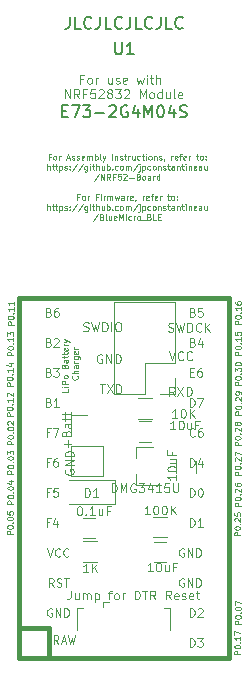
<source format=gbr>
G04 #@! TF.GenerationSoftware,KiCad,Pcbnew,(5.0.0)*
G04 #@! TF.CreationDate,2019-11-08T12:20:02-06:00*
G04 #@! TF.ProjectId,EByte_E73,45427974655F4537332E6B696361645F,rev?*
G04 #@! TF.SameCoordinates,Original*
G04 #@! TF.FileFunction,Legend,Top*
G04 #@! TF.FilePolarity,Positive*
%FSLAX46Y46*%
G04 Gerber Fmt 4.6, Leading zero omitted, Abs format (unit mm)*
G04 Created by KiCad (PCBNEW (5.0.0)) date 11/08/19 12:20:02*
%MOMM*%
%LPD*%
G01*
G04 APERTURE LIST*
%ADD10C,0.100000*%
%ADD11C,0.200000*%
%ADD12C,0.381000*%
%ADD13C,0.120000*%
%ADD14C,0.150000*%
G04 APERTURE END LIST*
D10*
X102993809Y-110974285D02*
X102827142Y-110974285D01*
X102827142Y-111236190D02*
X102827142Y-110736190D01*
X103065238Y-110736190D01*
X103327142Y-111236190D02*
X103279523Y-111212380D01*
X103255714Y-111188571D01*
X103231904Y-111140952D01*
X103231904Y-110998095D01*
X103255714Y-110950476D01*
X103279523Y-110926666D01*
X103327142Y-110902857D01*
X103398571Y-110902857D01*
X103446190Y-110926666D01*
X103470000Y-110950476D01*
X103493809Y-110998095D01*
X103493809Y-111140952D01*
X103470000Y-111188571D01*
X103446190Y-111212380D01*
X103398571Y-111236190D01*
X103327142Y-111236190D01*
X103708095Y-111236190D02*
X103708095Y-110902857D01*
X103708095Y-110998095D02*
X103731904Y-110950476D01*
X103755714Y-110926666D01*
X103803333Y-110902857D01*
X103850952Y-110902857D01*
X104374761Y-111093333D02*
X104612857Y-111093333D01*
X104327142Y-111236190D02*
X104493809Y-110736190D01*
X104660476Y-111236190D01*
X104803333Y-111212380D02*
X104850952Y-111236190D01*
X104946190Y-111236190D01*
X104993809Y-111212380D01*
X105017619Y-111164761D01*
X105017619Y-111140952D01*
X104993809Y-111093333D01*
X104946190Y-111069523D01*
X104874761Y-111069523D01*
X104827142Y-111045714D01*
X104803333Y-110998095D01*
X104803333Y-110974285D01*
X104827142Y-110926666D01*
X104874761Y-110902857D01*
X104946190Y-110902857D01*
X104993809Y-110926666D01*
X105208095Y-111212380D02*
X105255714Y-111236190D01*
X105350952Y-111236190D01*
X105398571Y-111212380D01*
X105422380Y-111164761D01*
X105422380Y-111140952D01*
X105398571Y-111093333D01*
X105350952Y-111069523D01*
X105279523Y-111069523D01*
X105231904Y-111045714D01*
X105208095Y-110998095D01*
X105208095Y-110974285D01*
X105231904Y-110926666D01*
X105279523Y-110902857D01*
X105350952Y-110902857D01*
X105398571Y-110926666D01*
X105827142Y-111212380D02*
X105779523Y-111236190D01*
X105684285Y-111236190D01*
X105636666Y-111212380D01*
X105612857Y-111164761D01*
X105612857Y-110974285D01*
X105636666Y-110926666D01*
X105684285Y-110902857D01*
X105779523Y-110902857D01*
X105827142Y-110926666D01*
X105850952Y-110974285D01*
X105850952Y-111021904D01*
X105612857Y-111069523D01*
X106065238Y-111236190D02*
X106065238Y-110902857D01*
X106065238Y-110950476D02*
X106089047Y-110926666D01*
X106136666Y-110902857D01*
X106208095Y-110902857D01*
X106255714Y-110926666D01*
X106279523Y-110974285D01*
X106279523Y-111236190D01*
X106279523Y-110974285D02*
X106303333Y-110926666D01*
X106350952Y-110902857D01*
X106422380Y-110902857D01*
X106470000Y-110926666D01*
X106493809Y-110974285D01*
X106493809Y-111236190D01*
X106731904Y-111236190D02*
X106731904Y-110736190D01*
X106731904Y-110926666D02*
X106779523Y-110902857D01*
X106874761Y-110902857D01*
X106922380Y-110926666D01*
X106946190Y-110950476D01*
X106970000Y-110998095D01*
X106970000Y-111140952D01*
X106946190Y-111188571D01*
X106922380Y-111212380D01*
X106874761Y-111236190D01*
X106779523Y-111236190D01*
X106731904Y-111212380D01*
X107255714Y-111236190D02*
X107208095Y-111212380D01*
X107184285Y-111164761D01*
X107184285Y-110736190D01*
X107398571Y-110902857D02*
X107517619Y-111236190D01*
X107636666Y-110902857D02*
X107517619Y-111236190D01*
X107470000Y-111355238D01*
X107446190Y-111379047D01*
X107398571Y-111402857D01*
X108208095Y-111236190D02*
X108208095Y-110736190D01*
X108446190Y-110902857D02*
X108446190Y-111236190D01*
X108446190Y-110950476D02*
X108470000Y-110926666D01*
X108517619Y-110902857D01*
X108589047Y-110902857D01*
X108636666Y-110926666D01*
X108660476Y-110974285D01*
X108660476Y-111236190D01*
X108874761Y-111212380D02*
X108922380Y-111236190D01*
X109017619Y-111236190D01*
X109065238Y-111212380D01*
X109089047Y-111164761D01*
X109089047Y-111140952D01*
X109065238Y-111093333D01*
X109017619Y-111069523D01*
X108946190Y-111069523D01*
X108898571Y-111045714D01*
X108874761Y-110998095D01*
X108874761Y-110974285D01*
X108898571Y-110926666D01*
X108946190Y-110902857D01*
X109017619Y-110902857D01*
X109065238Y-110926666D01*
X109231904Y-110902857D02*
X109422380Y-110902857D01*
X109303333Y-110736190D02*
X109303333Y-111164761D01*
X109327142Y-111212380D01*
X109374761Y-111236190D01*
X109422380Y-111236190D01*
X109589047Y-111236190D02*
X109589047Y-110902857D01*
X109589047Y-110998095D02*
X109612857Y-110950476D01*
X109636666Y-110926666D01*
X109684285Y-110902857D01*
X109731904Y-110902857D01*
X110112857Y-110902857D02*
X110112857Y-111236190D01*
X109898571Y-110902857D02*
X109898571Y-111164761D01*
X109922380Y-111212380D01*
X109970000Y-111236190D01*
X110041428Y-111236190D01*
X110089047Y-111212380D01*
X110112857Y-111188571D01*
X110565238Y-111212380D02*
X110517619Y-111236190D01*
X110422380Y-111236190D01*
X110374761Y-111212380D01*
X110350952Y-111188571D01*
X110327142Y-111140952D01*
X110327142Y-110998095D01*
X110350952Y-110950476D01*
X110374761Y-110926666D01*
X110422380Y-110902857D01*
X110517619Y-110902857D01*
X110565238Y-110926666D01*
X110708095Y-110902857D02*
X110898571Y-110902857D01*
X110779523Y-110736190D02*
X110779523Y-111164761D01*
X110803333Y-111212380D01*
X110850952Y-111236190D01*
X110898571Y-111236190D01*
X111065238Y-111236190D02*
X111065238Y-110902857D01*
X111065238Y-110736190D02*
X111041428Y-110760000D01*
X111065238Y-110783809D01*
X111089047Y-110760000D01*
X111065238Y-110736190D01*
X111065238Y-110783809D01*
X111374761Y-111236190D02*
X111327142Y-111212380D01*
X111303333Y-111188571D01*
X111279523Y-111140952D01*
X111279523Y-110998095D01*
X111303333Y-110950476D01*
X111327142Y-110926666D01*
X111374761Y-110902857D01*
X111446190Y-110902857D01*
X111493809Y-110926666D01*
X111517619Y-110950476D01*
X111541428Y-110998095D01*
X111541428Y-111140952D01*
X111517619Y-111188571D01*
X111493809Y-111212380D01*
X111446190Y-111236190D01*
X111374761Y-111236190D01*
X111755714Y-110902857D02*
X111755714Y-111236190D01*
X111755714Y-110950476D02*
X111779523Y-110926666D01*
X111827142Y-110902857D01*
X111898571Y-110902857D01*
X111946190Y-110926666D01*
X111970000Y-110974285D01*
X111970000Y-111236190D01*
X112184285Y-111212380D02*
X112231904Y-111236190D01*
X112327142Y-111236190D01*
X112374761Y-111212380D01*
X112398571Y-111164761D01*
X112398571Y-111140952D01*
X112374761Y-111093333D01*
X112327142Y-111069523D01*
X112255714Y-111069523D01*
X112208095Y-111045714D01*
X112184285Y-110998095D01*
X112184285Y-110974285D01*
X112208095Y-110926666D01*
X112255714Y-110902857D01*
X112327142Y-110902857D01*
X112374761Y-110926666D01*
X112636666Y-111212380D02*
X112636666Y-111236190D01*
X112612857Y-111283809D01*
X112589047Y-111307619D01*
X113231904Y-111236190D02*
X113231904Y-110902857D01*
X113231904Y-110998095D02*
X113255714Y-110950476D01*
X113279523Y-110926666D01*
X113327142Y-110902857D01*
X113374761Y-110902857D01*
X113731904Y-111212380D02*
X113684285Y-111236190D01*
X113589047Y-111236190D01*
X113541428Y-111212380D01*
X113517619Y-111164761D01*
X113517619Y-110974285D01*
X113541428Y-110926666D01*
X113589047Y-110902857D01*
X113684285Y-110902857D01*
X113731904Y-110926666D01*
X113755714Y-110974285D01*
X113755714Y-111021904D01*
X113517619Y-111069523D01*
X113898571Y-110902857D02*
X114089047Y-110902857D01*
X113970000Y-111236190D02*
X113970000Y-110807619D01*
X113993809Y-110760000D01*
X114041428Y-110736190D01*
X114089047Y-110736190D01*
X114446190Y-111212380D02*
X114398571Y-111236190D01*
X114303333Y-111236190D01*
X114255714Y-111212380D01*
X114231904Y-111164761D01*
X114231904Y-110974285D01*
X114255714Y-110926666D01*
X114303333Y-110902857D01*
X114398571Y-110902857D01*
X114446190Y-110926666D01*
X114470000Y-110974285D01*
X114470000Y-111021904D01*
X114231904Y-111069523D01*
X114684285Y-111236190D02*
X114684285Y-110902857D01*
X114684285Y-110998095D02*
X114708095Y-110950476D01*
X114731904Y-110926666D01*
X114779523Y-110902857D01*
X114827142Y-110902857D01*
X115303333Y-110902857D02*
X115493809Y-110902857D01*
X115374761Y-110736190D02*
X115374761Y-111164761D01*
X115398571Y-111212380D01*
X115446190Y-111236190D01*
X115493809Y-111236190D01*
X115731904Y-111236190D02*
X115684285Y-111212380D01*
X115660476Y-111188571D01*
X115636666Y-111140952D01*
X115636666Y-110998095D01*
X115660476Y-110950476D01*
X115684285Y-110926666D01*
X115731904Y-110902857D01*
X115803333Y-110902857D01*
X115850952Y-110926666D01*
X115874761Y-110950476D01*
X115898571Y-110998095D01*
X115898571Y-111140952D01*
X115874761Y-111188571D01*
X115850952Y-111212380D01*
X115803333Y-111236190D01*
X115731904Y-111236190D01*
X116112857Y-111188571D02*
X116136666Y-111212380D01*
X116112857Y-111236190D01*
X116089047Y-111212380D01*
X116112857Y-111188571D01*
X116112857Y-111236190D01*
X116112857Y-110926666D02*
X116136666Y-110950476D01*
X116112857Y-110974285D01*
X116089047Y-110950476D01*
X116112857Y-110926666D01*
X116112857Y-110974285D01*
X102719999Y-112086190D02*
X102719999Y-111586190D01*
X102934285Y-112086190D02*
X102934285Y-111824285D01*
X102910476Y-111776666D01*
X102862857Y-111752857D01*
X102791428Y-111752857D01*
X102743809Y-111776666D01*
X102719999Y-111800476D01*
X103100952Y-111752857D02*
X103291428Y-111752857D01*
X103172380Y-111586190D02*
X103172380Y-112014761D01*
X103196190Y-112062380D01*
X103243809Y-112086190D01*
X103291428Y-112086190D01*
X103386666Y-111752857D02*
X103577142Y-111752857D01*
X103458095Y-111586190D02*
X103458095Y-112014761D01*
X103481904Y-112062380D01*
X103529523Y-112086190D01*
X103577142Y-112086190D01*
X103743809Y-111752857D02*
X103743809Y-112252857D01*
X103743809Y-111776666D02*
X103791428Y-111752857D01*
X103886666Y-111752857D01*
X103934285Y-111776666D01*
X103958095Y-111800476D01*
X103981904Y-111848095D01*
X103981904Y-111990952D01*
X103958095Y-112038571D01*
X103934285Y-112062380D01*
X103886666Y-112086190D01*
X103791428Y-112086190D01*
X103743809Y-112062380D01*
X104172380Y-112062380D02*
X104219999Y-112086190D01*
X104315238Y-112086190D01*
X104362857Y-112062380D01*
X104386666Y-112014761D01*
X104386666Y-111990952D01*
X104362857Y-111943333D01*
X104315238Y-111919523D01*
X104243809Y-111919523D01*
X104196190Y-111895714D01*
X104172380Y-111848095D01*
X104172380Y-111824285D01*
X104196190Y-111776666D01*
X104243809Y-111752857D01*
X104315238Y-111752857D01*
X104362857Y-111776666D01*
X104600952Y-112038571D02*
X104624761Y-112062380D01*
X104600952Y-112086190D01*
X104577142Y-112062380D01*
X104600952Y-112038571D01*
X104600952Y-112086190D01*
X104600952Y-111776666D02*
X104624761Y-111800476D01*
X104600952Y-111824285D01*
X104577142Y-111800476D01*
X104600952Y-111776666D01*
X104600952Y-111824285D01*
X105196190Y-111562380D02*
X104767619Y-112205238D01*
X105719999Y-111562380D02*
X105291428Y-112205238D01*
X106100952Y-111752857D02*
X106100952Y-112157619D01*
X106077142Y-112205238D01*
X106053333Y-112229047D01*
X106005714Y-112252857D01*
X105934285Y-112252857D01*
X105886666Y-112229047D01*
X106100952Y-112062380D02*
X106053333Y-112086190D01*
X105958095Y-112086190D01*
X105910476Y-112062380D01*
X105886666Y-112038571D01*
X105862857Y-111990952D01*
X105862857Y-111848095D01*
X105886666Y-111800476D01*
X105910476Y-111776666D01*
X105958095Y-111752857D01*
X106053333Y-111752857D01*
X106100952Y-111776666D01*
X106339047Y-112086190D02*
X106339047Y-111752857D01*
X106339047Y-111586190D02*
X106315238Y-111610000D01*
X106339047Y-111633809D01*
X106362857Y-111610000D01*
X106339047Y-111586190D01*
X106339047Y-111633809D01*
X106505714Y-111752857D02*
X106696190Y-111752857D01*
X106577142Y-111586190D02*
X106577142Y-112014761D01*
X106600952Y-112062380D01*
X106648571Y-112086190D01*
X106696190Y-112086190D01*
X106862857Y-112086190D02*
X106862857Y-111586190D01*
X107077142Y-112086190D02*
X107077142Y-111824285D01*
X107053333Y-111776666D01*
X107005714Y-111752857D01*
X106934285Y-111752857D01*
X106886666Y-111776666D01*
X106862857Y-111800476D01*
X107529523Y-111752857D02*
X107529523Y-112086190D01*
X107315238Y-111752857D02*
X107315238Y-112014761D01*
X107339047Y-112062380D01*
X107386666Y-112086190D01*
X107458095Y-112086190D01*
X107505714Y-112062380D01*
X107529523Y-112038571D01*
X107767619Y-112086190D02*
X107767619Y-111586190D01*
X107767619Y-111776666D02*
X107815238Y-111752857D01*
X107910476Y-111752857D01*
X107958095Y-111776666D01*
X107981904Y-111800476D01*
X108005714Y-111848095D01*
X108005714Y-111990952D01*
X107981904Y-112038571D01*
X107958095Y-112062380D01*
X107910476Y-112086190D01*
X107815238Y-112086190D01*
X107767619Y-112062380D01*
X108220000Y-112038571D02*
X108243809Y-112062380D01*
X108220000Y-112086190D01*
X108196190Y-112062380D01*
X108220000Y-112038571D01*
X108220000Y-112086190D01*
X108672380Y-112062380D02*
X108624761Y-112086190D01*
X108529523Y-112086190D01*
X108481904Y-112062380D01*
X108458095Y-112038571D01*
X108434285Y-111990952D01*
X108434285Y-111848095D01*
X108458095Y-111800476D01*
X108481904Y-111776666D01*
X108529523Y-111752857D01*
X108624761Y-111752857D01*
X108672380Y-111776666D01*
X108958095Y-112086190D02*
X108910476Y-112062380D01*
X108886666Y-112038571D01*
X108862857Y-111990952D01*
X108862857Y-111848095D01*
X108886666Y-111800476D01*
X108910476Y-111776666D01*
X108958095Y-111752857D01*
X109029523Y-111752857D01*
X109077142Y-111776666D01*
X109100952Y-111800476D01*
X109124761Y-111848095D01*
X109124761Y-111990952D01*
X109100952Y-112038571D01*
X109077142Y-112062380D01*
X109029523Y-112086190D01*
X108958095Y-112086190D01*
X109339047Y-112086190D02*
X109339047Y-111752857D01*
X109339047Y-111800476D02*
X109362857Y-111776666D01*
X109410476Y-111752857D01*
X109481904Y-111752857D01*
X109529523Y-111776666D01*
X109553333Y-111824285D01*
X109553333Y-112086190D01*
X109553333Y-111824285D02*
X109577142Y-111776666D01*
X109624761Y-111752857D01*
X109696190Y-111752857D01*
X109743809Y-111776666D01*
X109767619Y-111824285D01*
X109767619Y-112086190D01*
X110362857Y-111562380D02*
X109934285Y-112205238D01*
X110529523Y-111752857D02*
X110529523Y-112181428D01*
X110505714Y-112229047D01*
X110458095Y-112252857D01*
X110434285Y-112252857D01*
X110529523Y-111586190D02*
X110505714Y-111610000D01*
X110529523Y-111633809D01*
X110553333Y-111610000D01*
X110529523Y-111586190D01*
X110529523Y-111633809D01*
X110767619Y-111752857D02*
X110767619Y-112252857D01*
X110767619Y-111776666D02*
X110815238Y-111752857D01*
X110910476Y-111752857D01*
X110958095Y-111776666D01*
X110981904Y-111800476D01*
X111005714Y-111848095D01*
X111005714Y-111990952D01*
X110981904Y-112038571D01*
X110958095Y-112062380D01*
X110910476Y-112086190D01*
X110815238Y-112086190D01*
X110767619Y-112062380D01*
X111434285Y-112062380D02*
X111386666Y-112086190D01*
X111291428Y-112086190D01*
X111243809Y-112062380D01*
X111219999Y-112038571D01*
X111196190Y-111990952D01*
X111196190Y-111848095D01*
X111219999Y-111800476D01*
X111243809Y-111776666D01*
X111291428Y-111752857D01*
X111386666Y-111752857D01*
X111434285Y-111776666D01*
X111719999Y-112086190D02*
X111672380Y-112062380D01*
X111648571Y-112038571D01*
X111624761Y-111990952D01*
X111624761Y-111848095D01*
X111648571Y-111800476D01*
X111672380Y-111776666D01*
X111719999Y-111752857D01*
X111791428Y-111752857D01*
X111839047Y-111776666D01*
X111862857Y-111800476D01*
X111886666Y-111848095D01*
X111886666Y-111990952D01*
X111862857Y-112038571D01*
X111839047Y-112062380D01*
X111791428Y-112086190D01*
X111719999Y-112086190D01*
X112100952Y-111752857D02*
X112100952Y-112086190D01*
X112100952Y-111800476D02*
X112124761Y-111776666D01*
X112172380Y-111752857D01*
X112243809Y-111752857D01*
X112291428Y-111776666D01*
X112315238Y-111824285D01*
X112315238Y-112086190D01*
X112529523Y-112062380D02*
X112577142Y-112086190D01*
X112672380Y-112086190D01*
X112719999Y-112062380D01*
X112743809Y-112014761D01*
X112743809Y-111990952D01*
X112719999Y-111943333D01*
X112672380Y-111919523D01*
X112600952Y-111919523D01*
X112553333Y-111895714D01*
X112529523Y-111848095D01*
X112529523Y-111824285D01*
X112553333Y-111776666D01*
X112600952Y-111752857D01*
X112672380Y-111752857D01*
X112719999Y-111776666D01*
X112886666Y-111752857D02*
X113077142Y-111752857D01*
X112958095Y-111586190D02*
X112958095Y-112014761D01*
X112981904Y-112062380D01*
X113029523Y-112086190D01*
X113077142Y-112086190D01*
X113458095Y-112086190D02*
X113458095Y-111824285D01*
X113434285Y-111776666D01*
X113386666Y-111752857D01*
X113291428Y-111752857D01*
X113243809Y-111776666D01*
X113458095Y-112062380D02*
X113410476Y-112086190D01*
X113291428Y-112086190D01*
X113243809Y-112062380D01*
X113219999Y-112014761D01*
X113219999Y-111967142D01*
X113243809Y-111919523D01*
X113291428Y-111895714D01*
X113410476Y-111895714D01*
X113458095Y-111871904D01*
X113696190Y-111752857D02*
X113696190Y-112086190D01*
X113696190Y-111800476D02*
X113719999Y-111776666D01*
X113767619Y-111752857D01*
X113839047Y-111752857D01*
X113886666Y-111776666D01*
X113910476Y-111824285D01*
X113910476Y-112086190D01*
X114077142Y-111752857D02*
X114267619Y-111752857D01*
X114148571Y-111586190D02*
X114148571Y-112014761D01*
X114172380Y-112062380D01*
X114219999Y-112086190D01*
X114267619Y-112086190D01*
X114434285Y-112086190D02*
X114434285Y-111752857D01*
X114434285Y-111586190D02*
X114410476Y-111610000D01*
X114434285Y-111633809D01*
X114458095Y-111610000D01*
X114434285Y-111586190D01*
X114434285Y-111633809D01*
X114672380Y-111752857D02*
X114672380Y-112086190D01*
X114672380Y-111800476D02*
X114696190Y-111776666D01*
X114743809Y-111752857D01*
X114815238Y-111752857D01*
X114862857Y-111776666D01*
X114886666Y-111824285D01*
X114886666Y-112086190D01*
X115315238Y-112062380D02*
X115267619Y-112086190D01*
X115172380Y-112086190D01*
X115124761Y-112062380D01*
X115100952Y-112014761D01*
X115100952Y-111824285D01*
X115124761Y-111776666D01*
X115172380Y-111752857D01*
X115267619Y-111752857D01*
X115315238Y-111776666D01*
X115339047Y-111824285D01*
X115339047Y-111871904D01*
X115100952Y-111919523D01*
X115767619Y-112086190D02*
X115767619Y-111824285D01*
X115743809Y-111776666D01*
X115696190Y-111752857D01*
X115600952Y-111752857D01*
X115553333Y-111776666D01*
X115767619Y-112062380D02*
X115719999Y-112086190D01*
X115600952Y-112086190D01*
X115553333Y-112062380D01*
X115529523Y-112014761D01*
X115529523Y-111967142D01*
X115553333Y-111919523D01*
X115600952Y-111895714D01*
X115719999Y-111895714D01*
X115767619Y-111871904D01*
X116219999Y-111752857D02*
X116219999Y-112086190D01*
X116005714Y-111752857D02*
X116005714Y-112014761D01*
X116029523Y-112062380D01*
X116077142Y-112086190D01*
X116148571Y-112086190D01*
X116196190Y-112062380D01*
X116219999Y-112038571D01*
X107089047Y-112412380D02*
X106660476Y-113055238D01*
X107255714Y-112936190D02*
X107255714Y-112436190D01*
X107541428Y-112936190D01*
X107541428Y-112436190D01*
X108065238Y-112936190D02*
X107898571Y-112698095D01*
X107779523Y-112936190D02*
X107779523Y-112436190D01*
X107970000Y-112436190D01*
X108017619Y-112460000D01*
X108041428Y-112483809D01*
X108065238Y-112531428D01*
X108065238Y-112602857D01*
X108041428Y-112650476D01*
X108017619Y-112674285D01*
X107970000Y-112698095D01*
X107779523Y-112698095D01*
X108446190Y-112674285D02*
X108279523Y-112674285D01*
X108279523Y-112936190D02*
X108279523Y-112436190D01*
X108517619Y-112436190D01*
X108946190Y-112436190D02*
X108708095Y-112436190D01*
X108684285Y-112674285D01*
X108708095Y-112650476D01*
X108755714Y-112626666D01*
X108874761Y-112626666D01*
X108922380Y-112650476D01*
X108946190Y-112674285D01*
X108970000Y-112721904D01*
X108970000Y-112840952D01*
X108946190Y-112888571D01*
X108922380Y-112912380D01*
X108874761Y-112936190D01*
X108755714Y-112936190D01*
X108708095Y-112912380D01*
X108684285Y-112888571D01*
X109160476Y-112483809D02*
X109184285Y-112460000D01*
X109231904Y-112436190D01*
X109350952Y-112436190D01*
X109398571Y-112460000D01*
X109422380Y-112483809D01*
X109446190Y-112531428D01*
X109446190Y-112579047D01*
X109422380Y-112650476D01*
X109136666Y-112936190D01*
X109446190Y-112936190D01*
X109660476Y-112745714D02*
X110041428Y-112745714D01*
X110446190Y-112674285D02*
X110517619Y-112698095D01*
X110541428Y-112721904D01*
X110565238Y-112769523D01*
X110565238Y-112840952D01*
X110541428Y-112888571D01*
X110517619Y-112912380D01*
X110470000Y-112936190D01*
X110279523Y-112936190D01*
X110279523Y-112436190D01*
X110446190Y-112436190D01*
X110493809Y-112460000D01*
X110517619Y-112483809D01*
X110541428Y-112531428D01*
X110541428Y-112579047D01*
X110517619Y-112626666D01*
X110493809Y-112650476D01*
X110446190Y-112674285D01*
X110279523Y-112674285D01*
X110850952Y-112936190D02*
X110803333Y-112912380D01*
X110779523Y-112888571D01*
X110755714Y-112840952D01*
X110755714Y-112698095D01*
X110779523Y-112650476D01*
X110803333Y-112626666D01*
X110850952Y-112602857D01*
X110922380Y-112602857D01*
X110970000Y-112626666D01*
X110993809Y-112650476D01*
X111017619Y-112698095D01*
X111017619Y-112840952D01*
X110993809Y-112888571D01*
X110970000Y-112912380D01*
X110922380Y-112936190D01*
X110850952Y-112936190D01*
X111446190Y-112936190D02*
X111446190Y-112674285D01*
X111422380Y-112626666D01*
X111374761Y-112602857D01*
X111279523Y-112602857D01*
X111231904Y-112626666D01*
X111446190Y-112912380D02*
X111398571Y-112936190D01*
X111279523Y-112936190D01*
X111231904Y-112912380D01*
X111208095Y-112864761D01*
X111208095Y-112817142D01*
X111231904Y-112769523D01*
X111279523Y-112745714D01*
X111398571Y-112745714D01*
X111446190Y-112721904D01*
X111684285Y-112936190D02*
X111684285Y-112602857D01*
X111684285Y-112698095D02*
X111708095Y-112650476D01*
X111731904Y-112626666D01*
X111779523Y-112602857D01*
X111827142Y-112602857D01*
X112208095Y-112936190D02*
X112208095Y-112436190D01*
X112208095Y-112912380D02*
X112160476Y-112936190D01*
X112065238Y-112936190D01*
X112017619Y-112912380D01*
X111993809Y-112888571D01*
X111970000Y-112840952D01*
X111970000Y-112698095D01*
X111993809Y-112650476D01*
X112017619Y-112626666D01*
X112065238Y-112602857D01*
X112160476Y-112602857D01*
X112208095Y-112626666D01*
X105422380Y-114374285D02*
X105255714Y-114374285D01*
X105255714Y-114636190D02*
X105255714Y-114136190D01*
X105493809Y-114136190D01*
X105755714Y-114636190D02*
X105708095Y-114612380D01*
X105684285Y-114588571D01*
X105660476Y-114540952D01*
X105660476Y-114398095D01*
X105684285Y-114350476D01*
X105708095Y-114326666D01*
X105755714Y-114302857D01*
X105827142Y-114302857D01*
X105874761Y-114326666D01*
X105898571Y-114350476D01*
X105922380Y-114398095D01*
X105922380Y-114540952D01*
X105898571Y-114588571D01*
X105874761Y-114612380D01*
X105827142Y-114636190D01*
X105755714Y-114636190D01*
X106136666Y-114636190D02*
X106136666Y-114302857D01*
X106136666Y-114398095D02*
X106160476Y-114350476D01*
X106184285Y-114326666D01*
X106231904Y-114302857D01*
X106279523Y-114302857D01*
X106993809Y-114374285D02*
X106827142Y-114374285D01*
X106827142Y-114636190D02*
X106827142Y-114136190D01*
X107065238Y-114136190D01*
X107255714Y-114636190D02*
X107255714Y-114302857D01*
X107255714Y-114136190D02*
X107231904Y-114160000D01*
X107255714Y-114183809D01*
X107279523Y-114160000D01*
X107255714Y-114136190D01*
X107255714Y-114183809D01*
X107493809Y-114636190D02*
X107493809Y-114302857D01*
X107493809Y-114398095D02*
X107517619Y-114350476D01*
X107541428Y-114326666D01*
X107589047Y-114302857D01*
X107636666Y-114302857D01*
X107803333Y-114636190D02*
X107803333Y-114302857D01*
X107803333Y-114350476D02*
X107827142Y-114326666D01*
X107874761Y-114302857D01*
X107946190Y-114302857D01*
X107993809Y-114326666D01*
X108017619Y-114374285D01*
X108017619Y-114636190D01*
X108017619Y-114374285D02*
X108041428Y-114326666D01*
X108089047Y-114302857D01*
X108160476Y-114302857D01*
X108208095Y-114326666D01*
X108231904Y-114374285D01*
X108231904Y-114636190D01*
X108422380Y-114302857D02*
X108517619Y-114636190D01*
X108612857Y-114398095D01*
X108708095Y-114636190D01*
X108803333Y-114302857D01*
X109208095Y-114636190D02*
X109208095Y-114374285D01*
X109184285Y-114326666D01*
X109136666Y-114302857D01*
X109041428Y-114302857D01*
X108993809Y-114326666D01*
X109208095Y-114612380D02*
X109160476Y-114636190D01*
X109041428Y-114636190D01*
X108993809Y-114612380D01*
X108970000Y-114564761D01*
X108970000Y-114517142D01*
X108993809Y-114469523D01*
X109041428Y-114445714D01*
X109160476Y-114445714D01*
X109208095Y-114421904D01*
X109446190Y-114636190D02*
X109446190Y-114302857D01*
X109446190Y-114398095D02*
X109470000Y-114350476D01*
X109493809Y-114326666D01*
X109541428Y-114302857D01*
X109589047Y-114302857D01*
X109946190Y-114612380D02*
X109898571Y-114636190D01*
X109803333Y-114636190D01*
X109755714Y-114612380D01*
X109731904Y-114564761D01*
X109731904Y-114374285D01*
X109755714Y-114326666D01*
X109803333Y-114302857D01*
X109898571Y-114302857D01*
X109946190Y-114326666D01*
X109970000Y-114374285D01*
X109970000Y-114421904D01*
X109731904Y-114469523D01*
X110208095Y-114612380D02*
X110208095Y-114636190D01*
X110184285Y-114683809D01*
X110160476Y-114707619D01*
X110803333Y-114636190D02*
X110803333Y-114302857D01*
X110803333Y-114398095D02*
X110827142Y-114350476D01*
X110850952Y-114326666D01*
X110898571Y-114302857D01*
X110946190Y-114302857D01*
X111303333Y-114612380D02*
X111255714Y-114636190D01*
X111160476Y-114636190D01*
X111112857Y-114612380D01*
X111089047Y-114564761D01*
X111089047Y-114374285D01*
X111112857Y-114326666D01*
X111160476Y-114302857D01*
X111255714Y-114302857D01*
X111303333Y-114326666D01*
X111327142Y-114374285D01*
X111327142Y-114421904D01*
X111089047Y-114469523D01*
X111470000Y-114302857D02*
X111660476Y-114302857D01*
X111541428Y-114636190D02*
X111541428Y-114207619D01*
X111565238Y-114160000D01*
X111612857Y-114136190D01*
X111660476Y-114136190D01*
X112017619Y-114612380D02*
X111970000Y-114636190D01*
X111874761Y-114636190D01*
X111827142Y-114612380D01*
X111803333Y-114564761D01*
X111803333Y-114374285D01*
X111827142Y-114326666D01*
X111874761Y-114302857D01*
X111970000Y-114302857D01*
X112017619Y-114326666D01*
X112041428Y-114374285D01*
X112041428Y-114421904D01*
X111803333Y-114469523D01*
X112255714Y-114636190D02*
X112255714Y-114302857D01*
X112255714Y-114398095D02*
X112279523Y-114350476D01*
X112303333Y-114326666D01*
X112350952Y-114302857D01*
X112398571Y-114302857D01*
X112874761Y-114302857D02*
X113065238Y-114302857D01*
X112946190Y-114136190D02*
X112946190Y-114564761D01*
X112970000Y-114612380D01*
X113017619Y-114636190D01*
X113065238Y-114636190D01*
X113303333Y-114636190D02*
X113255714Y-114612380D01*
X113231904Y-114588571D01*
X113208095Y-114540952D01*
X113208095Y-114398095D01*
X113231904Y-114350476D01*
X113255714Y-114326666D01*
X113303333Y-114302857D01*
X113374761Y-114302857D01*
X113422380Y-114326666D01*
X113446190Y-114350476D01*
X113470000Y-114398095D01*
X113470000Y-114540952D01*
X113446190Y-114588571D01*
X113422380Y-114612380D01*
X113374761Y-114636190D01*
X113303333Y-114636190D01*
X113684285Y-114588571D02*
X113708095Y-114612380D01*
X113684285Y-114636190D01*
X113660476Y-114612380D01*
X113684285Y-114588571D01*
X113684285Y-114636190D01*
X113684285Y-114326666D02*
X113708095Y-114350476D01*
X113684285Y-114374285D01*
X113660476Y-114350476D01*
X113684285Y-114326666D01*
X113684285Y-114374285D01*
X102719999Y-115486190D02*
X102719999Y-114986190D01*
X102934285Y-115486190D02*
X102934285Y-115224285D01*
X102910476Y-115176666D01*
X102862857Y-115152857D01*
X102791428Y-115152857D01*
X102743809Y-115176666D01*
X102719999Y-115200476D01*
X103100952Y-115152857D02*
X103291428Y-115152857D01*
X103172380Y-114986190D02*
X103172380Y-115414761D01*
X103196190Y-115462380D01*
X103243809Y-115486190D01*
X103291428Y-115486190D01*
X103386666Y-115152857D02*
X103577142Y-115152857D01*
X103458095Y-114986190D02*
X103458095Y-115414761D01*
X103481904Y-115462380D01*
X103529523Y-115486190D01*
X103577142Y-115486190D01*
X103743809Y-115152857D02*
X103743809Y-115652857D01*
X103743809Y-115176666D02*
X103791428Y-115152857D01*
X103886666Y-115152857D01*
X103934285Y-115176666D01*
X103958095Y-115200476D01*
X103981904Y-115248095D01*
X103981904Y-115390952D01*
X103958095Y-115438571D01*
X103934285Y-115462380D01*
X103886666Y-115486190D01*
X103791428Y-115486190D01*
X103743809Y-115462380D01*
X104172380Y-115462380D02*
X104219999Y-115486190D01*
X104315238Y-115486190D01*
X104362857Y-115462380D01*
X104386666Y-115414761D01*
X104386666Y-115390952D01*
X104362857Y-115343333D01*
X104315238Y-115319523D01*
X104243809Y-115319523D01*
X104196190Y-115295714D01*
X104172380Y-115248095D01*
X104172380Y-115224285D01*
X104196190Y-115176666D01*
X104243809Y-115152857D01*
X104315238Y-115152857D01*
X104362857Y-115176666D01*
X104600952Y-115438571D02*
X104624761Y-115462380D01*
X104600952Y-115486190D01*
X104577142Y-115462380D01*
X104600952Y-115438571D01*
X104600952Y-115486190D01*
X104600952Y-115176666D02*
X104624761Y-115200476D01*
X104600952Y-115224285D01*
X104577142Y-115200476D01*
X104600952Y-115176666D01*
X104600952Y-115224285D01*
X105196190Y-114962380D02*
X104767619Y-115605238D01*
X105719999Y-114962380D02*
X105291428Y-115605238D01*
X106100952Y-115152857D02*
X106100952Y-115557619D01*
X106077142Y-115605238D01*
X106053333Y-115629047D01*
X106005714Y-115652857D01*
X105934285Y-115652857D01*
X105886666Y-115629047D01*
X106100952Y-115462380D02*
X106053333Y-115486190D01*
X105958095Y-115486190D01*
X105910476Y-115462380D01*
X105886666Y-115438571D01*
X105862857Y-115390952D01*
X105862857Y-115248095D01*
X105886666Y-115200476D01*
X105910476Y-115176666D01*
X105958095Y-115152857D01*
X106053333Y-115152857D01*
X106100952Y-115176666D01*
X106339047Y-115486190D02*
X106339047Y-115152857D01*
X106339047Y-114986190D02*
X106315238Y-115010000D01*
X106339047Y-115033809D01*
X106362857Y-115010000D01*
X106339047Y-114986190D01*
X106339047Y-115033809D01*
X106505714Y-115152857D02*
X106696190Y-115152857D01*
X106577142Y-114986190D02*
X106577142Y-115414761D01*
X106600952Y-115462380D01*
X106648571Y-115486190D01*
X106696190Y-115486190D01*
X106862857Y-115486190D02*
X106862857Y-114986190D01*
X107077142Y-115486190D02*
X107077142Y-115224285D01*
X107053333Y-115176666D01*
X107005714Y-115152857D01*
X106934285Y-115152857D01*
X106886666Y-115176666D01*
X106862857Y-115200476D01*
X107529523Y-115152857D02*
X107529523Y-115486190D01*
X107315238Y-115152857D02*
X107315238Y-115414761D01*
X107339047Y-115462380D01*
X107386666Y-115486190D01*
X107458095Y-115486190D01*
X107505714Y-115462380D01*
X107529523Y-115438571D01*
X107767619Y-115486190D02*
X107767619Y-114986190D01*
X107767619Y-115176666D02*
X107815238Y-115152857D01*
X107910476Y-115152857D01*
X107958095Y-115176666D01*
X107981904Y-115200476D01*
X108005714Y-115248095D01*
X108005714Y-115390952D01*
X107981904Y-115438571D01*
X107958095Y-115462380D01*
X107910476Y-115486190D01*
X107815238Y-115486190D01*
X107767619Y-115462380D01*
X108220000Y-115438571D02*
X108243809Y-115462380D01*
X108220000Y-115486190D01*
X108196190Y-115462380D01*
X108220000Y-115438571D01*
X108220000Y-115486190D01*
X108672380Y-115462380D02*
X108624761Y-115486190D01*
X108529523Y-115486190D01*
X108481904Y-115462380D01*
X108458095Y-115438571D01*
X108434285Y-115390952D01*
X108434285Y-115248095D01*
X108458095Y-115200476D01*
X108481904Y-115176666D01*
X108529523Y-115152857D01*
X108624761Y-115152857D01*
X108672380Y-115176666D01*
X108958095Y-115486190D02*
X108910476Y-115462380D01*
X108886666Y-115438571D01*
X108862857Y-115390952D01*
X108862857Y-115248095D01*
X108886666Y-115200476D01*
X108910476Y-115176666D01*
X108958095Y-115152857D01*
X109029523Y-115152857D01*
X109077142Y-115176666D01*
X109100952Y-115200476D01*
X109124761Y-115248095D01*
X109124761Y-115390952D01*
X109100952Y-115438571D01*
X109077142Y-115462380D01*
X109029523Y-115486190D01*
X108958095Y-115486190D01*
X109339047Y-115486190D02*
X109339047Y-115152857D01*
X109339047Y-115200476D02*
X109362857Y-115176666D01*
X109410476Y-115152857D01*
X109481904Y-115152857D01*
X109529523Y-115176666D01*
X109553333Y-115224285D01*
X109553333Y-115486190D01*
X109553333Y-115224285D02*
X109577142Y-115176666D01*
X109624761Y-115152857D01*
X109696190Y-115152857D01*
X109743809Y-115176666D01*
X109767619Y-115224285D01*
X109767619Y-115486190D01*
X110362857Y-114962380D02*
X109934285Y-115605238D01*
X110529523Y-115152857D02*
X110529523Y-115581428D01*
X110505714Y-115629047D01*
X110458095Y-115652857D01*
X110434285Y-115652857D01*
X110529523Y-114986190D02*
X110505714Y-115010000D01*
X110529523Y-115033809D01*
X110553333Y-115010000D01*
X110529523Y-114986190D01*
X110529523Y-115033809D01*
X110767619Y-115152857D02*
X110767619Y-115652857D01*
X110767619Y-115176666D02*
X110815238Y-115152857D01*
X110910476Y-115152857D01*
X110958095Y-115176666D01*
X110981904Y-115200476D01*
X111005714Y-115248095D01*
X111005714Y-115390952D01*
X110981904Y-115438571D01*
X110958095Y-115462380D01*
X110910476Y-115486190D01*
X110815238Y-115486190D01*
X110767619Y-115462380D01*
X111434285Y-115462380D02*
X111386666Y-115486190D01*
X111291428Y-115486190D01*
X111243809Y-115462380D01*
X111219999Y-115438571D01*
X111196190Y-115390952D01*
X111196190Y-115248095D01*
X111219999Y-115200476D01*
X111243809Y-115176666D01*
X111291428Y-115152857D01*
X111386666Y-115152857D01*
X111434285Y-115176666D01*
X111719999Y-115486190D02*
X111672380Y-115462380D01*
X111648571Y-115438571D01*
X111624761Y-115390952D01*
X111624761Y-115248095D01*
X111648571Y-115200476D01*
X111672380Y-115176666D01*
X111719999Y-115152857D01*
X111791428Y-115152857D01*
X111839047Y-115176666D01*
X111862857Y-115200476D01*
X111886666Y-115248095D01*
X111886666Y-115390952D01*
X111862857Y-115438571D01*
X111839047Y-115462380D01*
X111791428Y-115486190D01*
X111719999Y-115486190D01*
X112100952Y-115152857D02*
X112100952Y-115486190D01*
X112100952Y-115200476D02*
X112124761Y-115176666D01*
X112172380Y-115152857D01*
X112243809Y-115152857D01*
X112291428Y-115176666D01*
X112315238Y-115224285D01*
X112315238Y-115486190D01*
X112529523Y-115462380D02*
X112577142Y-115486190D01*
X112672380Y-115486190D01*
X112719999Y-115462380D01*
X112743809Y-115414761D01*
X112743809Y-115390952D01*
X112719999Y-115343333D01*
X112672380Y-115319523D01*
X112600952Y-115319523D01*
X112553333Y-115295714D01*
X112529523Y-115248095D01*
X112529523Y-115224285D01*
X112553333Y-115176666D01*
X112600952Y-115152857D01*
X112672380Y-115152857D01*
X112719999Y-115176666D01*
X112886666Y-115152857D02*
X113077142Y-115152857D01*
X112958095Y-114986190D02*
X112958095Y-115414761D01*
X112981904Y-115462380D01*
X113029523Y-115486190D01*
X113077142Y-115486190D01*
X113458095Y-115486190D02*
X113458095Y-115224285D01*
X113434285Y-115176666D01*
X113386666Y-115152857D01*
X113291428Y-115152857D01*
X113243809Y-115176666D01*
X113458095Y-115462380D02*
X113410476Y-115486190D01*
X113291428Y-115486190D01*
X113243809Y-115462380D01*
X113219999Y-115414761D01*
X113219999Y-115367142D01*
X113243809Y-115319523D01*
X113291428Y-115295714D01*
X113410476Y-115295714D01*
X113458095Y-115271904D01*
X113696190Y-115152857D02*
X113696190Y-115486190D01*
X113696190Y-115200476D02*
X113719999Y-115176666D01*
X113767619Y-115152857D01*
X113839047Y-115152857D01*
X113886666Y-115176666D01*
X113910476Y-115224285D01*
X113910476Y-115486190D01*
X114077142Y-115152857D02*
X114267619Y-115152857D01*
X114148571Y-114986190D02*
X114148571Y-115414761D01*
X114172380Y-115462380D01*
X114219999Y-115486190D01*
X114267619Y-115486190D01*
X114434285Y-115486190D02*
X114434285Y-115152857D01*
X114434285Y-114986190D02*
X114410476Y-115010000D01*
X114434285Y-115033809D01*
X114458095Y-115010000D01*
X114434285Y-114986190D01*
X114434285Y-115033809D01*
X114672380Y-115152857D02*
X114672380Y-115486190D01*
X114672380Y-115200476D02*
X114696190Y-115176666D01*
X114743809Y-115152857D01*
X114815238Y-115152857D01*
X114862857Y-115176666D01*
X114886666Y-115224285D01*
X114886666Y-115486190D01*
X115315238Y-115462380D02*
X115267619Y-115486190D01*
X115172380Y-115486190D01*
X115124761Y-115462380D01*
X115100952Y-115414761D01*
X115100952Y-115224285D01*
X115124761Y-115176666D01*
X115172380Y-115152857D01*
X115267619Y-115152857D01*
X115315238Y-115176666D01*
X115339047Y-115224285D01*
X115339047Y-115271904D01*
X115100952Y-115319523D01*
X115767619Y-115486190D02*
X115767619Y-115224285D01*
X115743809Y-115176666D01*
X115696190Y-115152857D01*
X115600952Y-115152857D01*
X115553333Y-115176666D01*
X115767619Y-115462380D02*
X115719999Y-115486190D01*
X115600952Y-115486190D01*
X115553333Y-115462380D01*
X115529523Y-115414761D01*
X115529523Y-115367142D01*
X115553333Y-115319523D01*
X115600952Y-115295714D01*
X115719999Y-115295714D01*
X115767619Y-115271904D01*
X116219999Y-115152857D02*
X116219999Y-115486190D01*
X116005714Y-115152857D02*
X116005714Y-115414761D01*
X116029523Y-115462380D01*
X116077142Y-115486190D01*
X116148571Y-115486190D01*
X116196190Y-115462380D01*
X116219999Y-115438571D01*
X106993809Y-115812380D02*
X106565238Y-116455238D01*
X107327142Y-116074285D02*
X107398571Y-116098095D01*
X107422380Y-116121904D01*
X107446190Y-116169523D01*
X107446190Y-116240952D01*
X107422380Y-116288571D01*
X107398571Y-116312380D01*
X107350952Y-116336190D01*
X107160476Y-116336190D01*
X107160476Y-115836190D01*
X107327142Y-115836190D01*
X107374761Y-115860000D01*
X107398571Y-115883809D01*
X107422380Y-115931428D01*
X107422380Y-115979047D01*
X107398571Y-116026666D01*
X107374761Y-116050476D01*
X107327142Y-116074285D01*
X107160476Y-116074285D01*
X107731904Y-116336190D02*
X107684285Y-116312380D01*
X107660476Y-116264761D01*
X107660476Y-115836190D01*
X108136666Y-116002857D02*
X108136666Y-116336190D01*
X107922380Y-116002857D02*
X107922380Y-116264761D01*
X107946190Y-116312380D01*
X107993809Y-116336190D01*
X108065238Y-116336190D01*
X108112857Y-116312380D01*
X108136666Y-116288571D01*
X108565238Y-116312380D02*
X108517619Y-116336190D01*
X108422380Y-116336190D01*
X108374761Y-116312380D01*
X108350952Y-116264761D01*
X108350952Y-116074285D01*
X108374761Y-116026666D01*
X108422380Y-116002857D01*
X108517619Y-116002857D01*
X108565238Y-116026666D01*
X108589047Y-116074285D01*
X108589047Y-116121904D01*
X108350952Y-116169523D01*
X108803333Y-116336190D02*
X108803333Y-115836190D01*
X108970000Y-116193333D01*
X109136666Y-115836190D01*
X109136666Y-116336190D01*
X109374761Y-116336190D02*
X109374761Y-116002857D01*
X109374761Y-115836190D02*
X109350952Y-115860000D01*
X109374761Y-115883809D01*
X109398571Y-115860000D01*
X109374761Y-115836190D01*
X109374761Y-115883809D01*
X109827142Y-116312380D02*
X109779523Y-116336190D01*
X109684285Y-116336190D01*
X109636666Y-116312380D01*
X109612857Y-116288571D01*
X109589047Y-116240952D01*
X109589047Y-116098095D01*
X109612857Y-116050476D01*
X109636666Y-116026666D01*
X109684285Y-116002857D01*
X109779523Y-116002857D01*
X109827142Y-116026666D01*
X110041428Y-116336190D02*
X110041428Y-116002857D01*
X110041428Y-116098095D02*
X110065238Y-116050476D01*
X110089047Y-116026666D01*
X110136666Y-116002857D01*
X110184285Y-116002857D01*
X110422380Y-116336190D02*
X110374761Y-116312380D01*
X110350952Y-116288571D01*
X110327142Y-116240952D01*
X110327142Y-116098095D01*
X110350952Y-116050476D01*
X110374761Y-116026666D01*
X110422380Y-116002857D01*
X110493809Y-116002857D01*
X110541428Y-116026666D01*
X110565238Y-116050476D01*
X110589047Y-116098095D01*
X110589047Y-116240952D01*
X110565238Y-116288571D01*
X110541428Y-116312380D01*
X110493809Y-116336190D01*
X110422380Y-116336190D01*
X110684285Y-116383809D02*
X111065238Y-116383809D01*
X111350952Y-116074285D02*
X111422380Y-116098095D01*
X111446190Y-116121904D01*
X111470000Y-116169523D01*
X111470000Y-116240952D01*
X111446190Y-116288571D01*
X111422380Y-116312380D01*
X111374761Y-116336190D01*
X111184285Y-116336190D01*
X111184285Y-115836190D01*
X111350952Y-115836190D01*
X111398571Y-115860000D01*
X111422380Y-115883809D01*
X111446190Y-115931428D01*
X111446190Y-115979047D01*
X111422380Y-116026666D01*
X111398571Y-116050476D01*
X111350952Y-116074285D01*
X111184285Y-116074285D01*
X111922380Y-116336190D02*
X111684285Y-116336190D01*
X111684285Y-115836190D01*
X112089047Y-116074285D02*
X112255714Y-116074285D01*
X112327142Y-116336190D02*
X112089047Y-116336190D01*
X112089047Y-115836190D01*
X112327142Y-115836190D01*
X105759285Y-104423928D02*
X105509285Y-104423928D01*
X105509285Y-104816785D02*
X105509285Y-104066785D01*
X105866428Y-104066785D01*
X106259285Y-104816785D02*
X106187857Y-104781071D01*
X106152142Y-104745357D01*
X106116428Y-104673928D01*
X106116428Y-104459642D01*
X106152142Y-104388214D01*
X106187857Y-104352500D01*
X106259285Y-104316785D01*
X106366428Y-104316785D01*
X106437857Y-104352500D01*
X106473571Y-104388214D01*
X106509285Y-104459642D01*
X106509285Y-104673928D01*
X106473571Y-104745357D01*
X106437857Y-104781071D01*
X106366428Y-104816785D01*
X106259285Y-104816785D01*
X106830714Y-104816785D02*
X106830714Y-104316785D01*
X106830714Y-104459642D02*
X106866428Y-104388214D01*
X106902142Y-104352500D01*
X106973571Y-104316785D01*
X107045000Y-104316785D01*
X108187857Y-104316785D02*
X108187857Y-104816785D01*
X107866428Y-104316785D02*
X107866428Y-104709642D01*
X107902142Y-104781071D01*
X107973571Y-104816785D01*
X108080714Y-104816785D01*
X108152142Y-104781071D01*
X108187857Y-104745357D01*
X108509285Y-104781071D02*
X108580714Y-104816785D01*
X108723571Y-104816785D01*
X108795000Y-104781071D01*
X108830714Y-104709642D01*
X108830714Y-104673928D01*
X108795000Y-104602500D01*
X108723571Y-104566785D01*
X108616428Y-104566785D01*
X108545000Y-104531071D01*
X108509285Y-104459642D01*
X108509285Y-104423928D01*
X108545000Y-104352500D01*
X108616428Y-104316785D01*
X108723571Y-104316785D01*
X108795000Y-104352500D01*
X109437857Y-104781071D02*
X109366428Y-104816785D01*
X109223571Y-104816785D01*
X109152142Y-104781071D01*
X109116428Y-104709642D01*
X109116428Y-104423928D01*
X109152142Y-104352500D01*
X109223571Y-104316785D01*
X109366428Y-104316785D01*
X109437857Y-104352500D01*
X109473571Y-104423928D01*
X109473571Y-104495357D01*
X109116428Y-104566785D01*
X110295000Y-104316785D02*
X110437857Y-104816785D01*
X110580714Y-104459642D01*
X110723571Y-104816785D01*
X110866428Y-104316785D01*
X111152142Y-104816785D02*
X111152142Y-104316785D01*
X111152142Y-104066785D02*
X111116428Y-104102500D01*
X111152142Y-104138214D01*
X111187857Y-104102500D01*
X111152142Y-104066785D01*
X111152142Y-104138214D01*
X111402142Y-104316785D02*
X111687857Y-104316785D01*
X111509285Y-104066785D02*
X111509285Y-104709642D01*
X111545000Y-104781071D01*
X111616428Y-104816785D01*
X111687857Y-104816785D01*
X111937857Y-104816785D02*
X111937857Y-104066785D01*
X112259285Y-104816785D02*
X112259285Y-104423928D01*
X112223571Y-104352500D01*
X112152142Y-104316785D01*
X112045000Y-104316785D01*
X111973571Y-104352500D01*
X111937857Y-104388214D01*
X104223571Y-106041785D02*
X104223571Y-105291785D01*
X104652142Y-106041785D01*
X104652142Y-105291785D01*
X105437857Y-106041785D02*
X105187857Y-105684642D01*
X105009285Y-106041785D02*
X105009285Y-105291785D01*
X105295000Y-105291785D01*
X105366428Y-105327500D01*
X105402142Y-105363214D01*
X105437857Y-105434642D01*
X105437857Y-105541785D01*
X105402142Y-105613214D01*
X105366428Y-105648928D01*
X105295000Y-105684642D01*
X105009285Y-105684642D01*
X106009285Y-105648928D02*
X105759285Y-105648928D01*
X105759285Y-106041785D02*
X105759285Y-105291785D01*
X106116428Y-105291785D01*
X106759285Y-105291785D02*
X106402142Y-105291785D01*
X106366428Y-105648928D01*
X106402142Y-105613214D01*
X106473571Y-105577500D01*
X106652142Y-105577500D01*
X106723571Y-105613214D01*
X106759285Y-105648928D01*
X106795000Y-105720357D01*
X106795000Y-105898928D01*
X106759285Y-105970357D01*
X106723571Y-106006071D01*
X106652142Y-106041785D01*
X106473571Y-106041785D01*
X106402142Y-106006071D01*
X106366428Y-105970357D01*
X107080714Y-105363214D02*
X107116428Y-105327500D01*
X107187857Y-105291785D01*
X107366428Y-105291785D01*
X107437857Y-105327500D01*
X107473571Y-105363214D01*
X107509285Y-105434642D01*
X107509285Y-105506071D01*
X107473571Y-105613214D01*
X107045000Y-106041785D01*
X107509285Y-106041785D01*
X107937857Y-105613214D02*
X107866428Y-105577500D01*
X107830714Y-105541785D01*
X107795000Y-105470357D01*
X107795000Y-105434642D01*
X107830714Y-105363214D01*
X107866428Y-105327500D01*
X107937857Y-105291785D01*
X108080714Y-105291785D01*
X108152142Y-105327500D01*
X108187857Y-105363214D01*
X108223571Y-105434642D01*
X108223571Y-105470357D01*
X108187857Y-105541785D01*
X108152142Y-105577500D01*
X108080714Y-105613214D01*
X107937857Y-105613214D01*
X107866428Y-105648928D01*
X107830714Y-105684642D01*
X107795000Y-105756071D01*
X107795000Y-105898928D01*
X107830714Y-105970357D01*
X107866428Y-106006071D01*
X107937857Y-106041785D01*
X108080714Y-106041785D01*
X108152142Y-106006071D01*
X108187857Y-105970357D01*
X108223571Y-105898928D01*
X108223571Y-105756071D01*
X108187857Y-105684642D01*
X108152142Y-105648928D01*
X108080714Y-105613214D01*
X108473571Y-105291785D02*
X108937857Y-105291785D01*
X108687857Y-105577500D01*
X108795000Y-105577500D01*
X108866428Y-105613214D01*
X108902142Y-105648928D01*
X108937857Y-105720357D01*
X108937857Y-105898928D01*
X108902142Y-105970357D01*
X108866428Y-106006071D01*
X108795000Y-106041785D01*
X108580714Y-106041785D01*
X108509285Y-106006071D01*
X108473571Y-105970357D01*
X109223571Y-105363214D02*
X109259285Y-105327500D01*
X109330714Y-105291785D01*
X109509285Y-105291785D01*
X109580714Y-105327500D01*
X109616428Y-105363214D01*
X109652142Y-105434642D01*
X109652142Y-105506071D01*
X109616428Y-105613214D01*
X109187857Y-106041785D01*
X109652142Y-106041785D01*
X110545000Y-106041785D02*
X110545000Y-105291785D01*
X110795000Y-105827500D01*
X111045000Y-105291785D01*
X111045000Y-106041785D01*
X111509285Y-106041785D02*
X111437857Y-106006071D01*
X111402142Y-105970357D01*
X111366428Y-105898928D01*
X111366428Y-105684642D01*
X111402142Y-105613214D01*
X111437857Y-105577500D01*
X111509285Y-105541785D01*
X111616428Y-105541785D01*
X111687857Y-105577500D01*
X111723571Y-105613214D01*
X111759285Y-105684642D01*
X111759285Y-105898928D01*
X111723571Y-105970357D01*
X111687857Y-106006071D01*
X111616428Y-106041785D01*
X111509285Y-106041785D01*
X112402142Y-106041785D02*
X112402142Y-105291785D01*
X112402142Y-106006071D02*
X112330714Y-106041785D01*
X112187857Y-106041785D01*
X112116428Y-106006071D01*
X112080714Y-105970357D01*
X112045000Y-105898928D01*
X112045000Y-105684642D01*
X112080714Y-105613214D01*
X112116428Y-105577500D01*
X112187857Y-105541785D01*
X112330714Y-105541785D01*
X112402142Y-105577500D01*
X113080714Y-105541785D02*
X113080714Y-106041785D01*
X112759285Y-105541785D02*
X112759285Y-105934642D01*
X112795000Y-106006071D01*
X112866428Y-106041785D01*
X112973571Y-106041785D01*
X113045000Y-106006071D01*
X113080714Y-105970357D01*
X113545000Y-106041785D02*
X113473571Y-106006071D01*
X113437857Y-105934642D01*
X113437857Y-105291785D01*
X114116428Y-106006071D02*
X114045000Y-106041785D01*
X113902142Y-106041785D01*
X113830714Y-106006071D01*
X113795000Y-105934642D01*
X113795000Y-105648928D01*
X113830714Y-105577500D01*
X113902142Y-105541785D01*
X114045000Y-105541785D01*
X114116428Y-105577500D01*
X114152142Y-105648928D01*
X114152142Y-105720357D01*
X113795000Y-105791785D01*
X104451190Y-130632857D02*
X104451190Y-130870952D01*
X103951190Y-130870952D01*
X104451190Y-130466190D02*
X104117857Y-130466190D01*
X103951190Y-130466190D02*
X103975000Y-130490000D01*
X103998809Y-130466190D01*
X103975000Y-130442380D01*
X103951190Y-130466190D01*
X103998809Y-130466190D01*
X104451190Y-130228095D02*
X103951190Y-130228095D01*
X103951190Y-130037619D01*
X103975000Y-129990000D01*
X103998809Y-129966190D01*
X104046428Y-129942380D01*
X104117857Y-129942380D01*
X104165476Y-129966190D01*
X104189285Y-129990000D01*
X104213095Y-130037619D01*
X104213095Y-130228095D01*
X104451190Y-129656666D02*
X104427380Y-129704285D01*
X104403571Y-129728095D01*
X104355952Y-129751904D01*
X104213095Y-129751904D01*
X104165476Y-129728095D01*
X104141666Y-129704285D01*
X104117857Y-129656666D01*
X104117857Y-129585238D01*
X104141666Y-129537619D01*
X104165476Y-129513809D01*
X104213095Y-129490000D01*
X104355952Y-129490000D01*
X104403571Y-129513809D01*
X104427380Y-129537619D01*
X104451190Y-129585238D01*
X104451190Y-129656666D01*
X104189285Y-128728095D02*
X104213095Y-128656666D01*
X104236904Y-128632857D01*
X104284523Y-128609047D01*
X104355952Y-128609047D01*
X104403571Y-128632857D01*
X104427380Y-128656666D01*
X104451190Y-128704285D01*
X104451190Y-128894761D01*
X103951190Y-128894761D01*
X103951190Y-128728095D01*
X103975000Y-128680476D01*
X103998809Y-128656666D01*
X104046428Y-128632857D01*
X104094047Y-128632857D01*
X104141666Y-128656666D01*
X104165476Y-128680476D01*
X104189285Y-128728095D01*
X104189285Y-128894761D01*
X104451190Y-128180476D02*
X104189285Y-128180476D01*
X104141666Y-128204285D01*
X104117857Y-128251904D01*
X104117857Y-128347142D01*
X104141666Y-128394761D01*
X104427380Y-128180476D02*
X104451190Y-128228095D01*
X104451190Y-128347142D01*
X104427380Y-128394761D01*
X104379761Y-128418571D01*
X104332142Y-128418571D01*
X104284523Y-128394761D01*
X104260714Y-128347142D01*
X104260714Y-128228095D01*
X104236904Y-128180476D01*
X104117857Y-128013809D02*
X104117857Y-127823333D01*
X103951190Y-127942380D02*
X104379761Y-127942380D01*
X104427380Y-127918571D01*
X104451190Y-127870952D01*
X104451190Y-127823333D01*
X104117857Y-127728095D02*
X104117857Y-127537619D01*
X103951190Y-127656666D02*
X104379761Y-127656666D01*
X104427380Y-127632857D01*
X104451190Y-127585238D01*
X104451190Y-127537619D01*
X104427380Y-127180476D02*
X104451190Y-127228095D01*
X104451190Y-127323333D01*
X104427380Y-127370952D01*
X104379761Y-127394761D01*
X104189285Y-127394761D01*
X104141666Y-127370952D01*
X104117857Y-127323333D01*
X104117857Y-127228095D01*
X104141666Y-127180476D01*
X104189285Y-127156666D01*
X104236904Y-127156666D01*
X104284523Y-127394761D01*
X104451190Y-126942380D02*
X104117857Y-126942380D01*
X104213095Y-126942380D02*
X104165476Y-126918571D01*
X104141666Y-126894761D01*
X104117857Y-126847142D01*
X104117857Y-126799523D01*
X104117857Y-126680476D02*
X104451190Y-126561428D01*
X104117857Y-126442380D02*
X104451190Y-126561428D01*
X104570238Y-126609047D01*
X104594047Y-126632857D01*
X104617857Y-126680476D01*
X105253571Y-129537619D02*
X105277380Y-129561428D01*
X105301190Y-129632857D01*
X105301190Y-129680476D01*
X105277380Y-129751904D01*
X105229761Y-129799523D01*
X105182142Y-129823333D01*
X105086904Y-129847142D01*
X105015476Y-129847142D01*
X104920238Y-129823333D01*
X104872619Y-129799523D01*
X104825000Y-129751904D01*
X104801190Y-129680476D01*
X104801190Y-129632857D01*
X104825000Y-129561428D01*
X104848809Y-129537619D01*
X105301190Y-129323333D02*
X104801190Y-129323333D01*
X105301190Y-129109047D02*
X105039285Y-129109047D01*
X104991666Y-129132857D01*
X104967857Y-129180476D01*
X104967857Y-129251904D01*
X104991666Y-129299523D01*
X105015476Y-129323333D01*
X105301190Y-128656666D02*
X105039285Y-128656666D01*
X104991666Y-128680476D01*
X104967857Y-128728095D01*
X104967857Y-128823333D01*
X104991666Y-128870952D01*
X105277380Y-128656666D02*
X105301190Y-128704285D01*
X105301190Y-128823333D01*
X105277380Y-128870952D01*
X105229761Y-128894761D01*
X105182142Y-128894761D01*
X105134523Y-128870952D01*
X105110714Y-128823333D01*
X105110714Y-128704285D01*
X105086904Y-128656666D01*
X105301190Y-128418571D02*
X104967857Y-128418571D01*
X105063095Y-128418571D02*
X105015476Y-128394761D01*
X104991666Y-128370952D01*
X104967857Y-128323333D01*
X104967857Y-128275714D01*
X104967857Y-127894761D02*
X105372619Y-127894761D01*
X105420238Y-127918571D01*
X105444047Y-127942380D01*
X105467857Y-127990000D01*
X105467857Y-128061428D01*
X105444047Y-128109047D01*
X105277380Y-127894761D02*
X105301190Y-127942380D01*
X105301190Y-128037619D01*
X105277380Y-128085238D01*
X105253571Y-128109047D01*
X105205952Y-128132857D01*
X105063095Y-128132857D01*
X105015476Y-128109047D01*
X104991666Y-128085238D01*
X104967857Y-128037619D01*
X104967857Y-127942380D01*
X104991666Y-127894761D01*
X105277380Y-127466190D02*
X105301190Y-127513809D01*
X105301190Y-127609047D01*
X105277380Y-127656666D01*
X105229761Y-127680476D01*
X105039285Y-127680476D01*
X104991666Y-127656666D01*
X104967857Y-127609047D01*
X104967857Y-127513809D01*
X104991666Y-127466190D01*
X105039285Y-127442380D01*
X105086904Y-127442380D01*
X105134523Y-127680476D01*
X105301190Y-127228095D02*
X104967857Y-127228095D01*
X105063095Y-127228095D02*
X105015476Y-127204285D01*
X104991666Y-127180476D01*
X104967857Y-127132857D01*
X104967857Y-127085238D01*
X99776190Y-132924285D02*
X99276190Y-132924285D01*
X99276190Y-132733809D01*
X99300000Y-132686190D01*
X99323809Y-132662380D01*
X99371428Y-132638571D01*
X99442857Y-132638571D01*
X99490476Y-132662380D01*
X99514285Y-132686190D01*
X99538095Y-132733809D01*
X99538095Y-132924285D01*
X99276190Y-132329047D02*
X99276190Y-132281428D01*
X99300000Y-132233809D01*
X99323809Y-132210000D01*
X99371428Y-132186190D01*
X99466666Y-132162380D01*
X99585714Y-132162380D01*
X99680952Y-132186190D01*
X99728571Y-132210000D01*
X99752380Y-132233809D01*
X99776190Y-132281428D01*
X99776190Y-132329047D01*
X99752380Y-132376666D01*
X99728571Y-132400476D01*
X99680952Y-132424285D01*
X99585714Y-132448095D01*
X99466666Y-132448095D01*
X99371428Y-132424285D01*
X99323809Y-132400476D01*
X99300000Y-132376666D01*
X99276190Y-132329047D01*
X99728571Y-131948095D02*
X99752380Y-131924285D01*
X99776190Y-131948095D01*
X99752380Y-131971904D01*
X99728571Y-131948095D01*
X99776190Y-131948095D01*
X99776190Y-131448095D02*
X99776190Y-131733809D01*
X99776190Y-131590952D02*
X99276190Y-131590952D01*
X99347619Y-131638571D01*
X99395238Y-131686190D01*
X99419047Y-131733809D01*
X99323809Y-131257619D02*
X99300000Y-131233809D01*
X99276190Y-131186190D01*
X99276190Y-131067142D01*
X99300000Y-131019523D01*
X99323809Y-130995714D01*
X99371428Y-130971904D01*
X99419047Y-130971904D01*
X99490476Y-130995714D01*
X99776190Y-131281428D01*
X99776190Y-130971904D01*
X99786190Y-130384285D02*
X99286190Y-130384285D01*
X99286190Y-130193809D01*
X99310000Y-130146190D01*
X99333809Y-130122380D01*
X99381428Y-130098571D01*
X99452857Y-130098571D01*
X99500476Y-130122380D01*
X99524285Y-130146190D01*
X99548095Y-130193809D01*
X99548095Y-130384285D01*
X99286190Y-129789047D02*
X99286190Y-129741428D01*
X99310000Y-129693809D01*
X99333809Y-129670000D01*
X99381428Y-129646190D01*
X99476666Y-129622380D01*
X99595714Y-129622380D01*
X99690952Y-129646190D01*
X99738571Y-129670000D01*
X99762380Y-129693809D01*
X99786190Y-129741428D01*
X99786190Y-129789047D01*
X99762380Y-129836666D01*
X99738571Y-129860476D01*
X99690952Y-129884285D01*
X99595714Y-129908095D01*
X99476666Y-129908095D01*
X99381428Y-129884285D01*
X99333809Y-129860476D01*
X99310000Y-129836666D01*
X99286190Y-129789047D01*
X99738571Y-129408095D02*
X99762380Y-129384285D01*
X99786190Y-129408095D01*
X99762380Y-129431904D01*
X99738571Y-129408095D01*
X99786190Y-129408095D01*
X99786190Y-128908095D02*
X99786190Y-129193809D01*
X99786190Y-129050952D02*
X99286190Y-129050952D01*
X99357619Y-129098571D01*
X99405238Y-129146190D01*
X99429047Y-129193809D01*
X99452857Y-128479523D02*
X99786190Y-128479523D01*
X99262380Y-128598571D02*
X99619523Y-128717619D01*
X99619523Y-128408095D01*
X99846190Y-127784285D02*
X99346190Y-127784285D01*
X99346190Y-127593809D01*
X99370000Y-127546190D01*
X99393809Y-127522380D01*
X99441428Y-127498571D01*
X99512857Y-127498571D01*
X99560476Y-127522380D01*
X99584285Y-127546190D01*
X99608095Y-127593809D01*
X99608095Y-127784285D01*
X99346190Y-127189047D02*
X99346190Y-127141428D01*
X99370000Y-127093809D01*
X99393809Y-127070000D01*
X99441428Y-127046190D01*
X99536666Y-127022380D01*
X99655714Y-127022380D01*
X99750952Y-127046190D01*
X99798571Y-127070000D01*
X99822380Y-127093809D01*
X99846190Y-127141428D01*
X99846190Y-127189047D01*
X99822380Y-127236666D01*
X99798571Y-127260476D01*
X99750952Y-127284285D01*
X99655714Y-127308095D01*
X99536666Y-127308095D01*
X99441428Y-127284285D01*
X99393809Y-127260476D01*
X99370000Y-127236666D01*
X99346190Y-127189047D01*
X99798571Y-126808095D02*
X99822380Y-126784285D01*
X99846190Y-126808095D01*
X99822380Y-126831904D01*
X99798571Y-126808095D01*
X99846190Y-126808095D01*
X99846190Y-126308095D02*
X99846190Y-126593809D01*
X99846190Y-126450952D02*
X99346190Y-126450952D01*
X99417619Y-126498571D01*
X99465238Y-126546190D01*
X99489047Y-126593809D01*
X99346190Y-126141428D02*
X99346190Y-125831904D01*
X99536666Y-125998571D01*
X99536666Y-125927142D01*
X99560476Y-125879523D01*
X99584285Y-125855714D01*
X99631904Y-125831904D01*
X99750952Y-125831904D01*
X99798571Y-125855714D01*
X99822380Y-125879523D01*
X99846190Y-125927142D01*
X99846190Y-126070000D01*
X99822380Y-126117619D01*
X99798571Y-126141428D01*
X119096190Y-140554285D02*
X118596190Y-140554285D01*
X118596190Y-140363809D01*
X118620000Y-140316190D01*
X118643809Y-140292380D01*
X118691428Y-140268571D01*
X118762857Y-140268571D01*
X118810476Y-140292380D01*
X118834285Y-140316190D01*
X118858095Y-140363809D01*
X118858095Y-140554285D01*
X118596190Y-139959047D02*
X118596190Y-139911428D01*
X118620000Y-139863809D01*
X118643809Y-139840000D01*
X118691428Y-139816190D01*
X118786666Y-139792380D01*
X118905714Y-139792380D01*
X119000952Y-139816190D01*
X119048571Y-139840000D01*
X119072380Y-139863809D01*
X119096190Y-139911428D01*
X119096190Y-139959047D01*
X119072380Y-140006666D01*
X119048571Y-140030476D01*
X119000952Y-140054285D01*
X118905714Y-140078095D01*
X118786666Y-140078095D01*
X118691428Y-140054285D01*
X118643809Y-140030476D01*
X118620000Y-140006666D01*
X118596190Y-139959047D01*
X119048571Y-139578095D02*
X119072380Y-139554285D01*
X119096190Y-139578095D01*
X119072380Y-139601904D01*
X119048571Y-139578095D01*
X119096190Y-139578095D01*
X118643809Y-139363809D02*
X118620000Y-139340000D01*
X118596190Y-139292380D01*
X118596190Y-139173333D01*
X118620000Y-139125714D01*
X118643809Y-139101904D01*
X118691428Y-139078095D01*
X118739047Y-139078095D01*
X118810476Y-139101904D01*
X119096190Y-139387619D01*
X119096190Y-139078095D01*
X118596190Y-138649523D02*
X118596190Y-138744761D01*
X118620000Y-138792380D01*
X118643809Y-138816190D01*
X118715238Y-138863809D01*
X118810476Y-138887619D01*
X119000952Y-138887619D01*
X119048571Y-138863809D01*
X119072380Y-138840000D01*
X119096190Y-138792380D01*
X119096190Y-138697142D01*
X119072380Y-138649523D01*
X119048571Y-138625714D01*
X119000952Y-138601904D01*
X118881904Y-138601904D01*
X118834285Y-138625714D01*
X118810476Y-138649523D01*
X118786666Y-138697142D01*
X118786666Y-138792380D01*
X118810476Y-138840000D01*
X118834285Y-138863809D01*
X118881904Y-138887619D01*
X119046190Y-143044285D02*
X118546190Y-143044285D01*
X118546190Y-142853809D01*
X118570000Y-142806190D01*
X118593809Y-142782380D01*
X118641428Y-142758571D01*
X118712857Y-142758571D01*
X118760476Y-142782380D01*
X118784285Y-142806190D01*
X118808095Y-142853809D01*
X118808095Y-143044285D01*
X118546190Y-142449047D02*
X118546190Y-142401428D01*
X118570000Y-142353809D01*
X118593809Y-142330000D01*
X118641428Y-142306190D01*
X118736666Y-142282380D01*
X118855714Y-142282380D01*
X118950952Y-142306190D01*
X118998571Y-142330000D01*
X119022380Y-142353809D01*
X119046190Y-142401428D01*
X119046190Y-142449047D01*
X119022380Y-142496666D01*
X118998571Y-142520476D01*
X118950952Y-142544285D01*
X118855714Y-142568095D01*
X118736666Y-142568095D01*
X118641428Y-142544285D01*
X118593809Y-142520476D01*
X118570000Y-142496666D01*
X118546190Y-142449047D01*
X118998571Y-142068095D02*
X119022380Y-142044285D01*
X119046190Y-142068095D01*
X119022380Y-142091904D01*
X118998571Y-142068095D01*
X119046190Y-142068095D01*
X118593809Y-141853809D02*
X118570000Y-141830000D01*
X118546190Y-141782380D01*
X118546190Y-141663333D01*
X118570000Y-141615714D01*
X118593809Y-141591904D01*
X118641428Y-141568095D01*
X118689047Y-141568095D01*
X118760476Y-141591904D01*
X119046190Y-141877619D01*
X119046190Y-141568095D01*
X118546190Y-141115714D02*
X118546190Y-141353809D01*
X118784285Y-141377619D01*
X118760476Y-141353809D01*
X118736666Y-141306190D01*
X118736666Y-141187142D01*
X118760476Y-141139523D01*
X118784285Y-141115714D01*
X118831904Y-141091904D01*
X118950952Y-141091904D01*
X118998571Y-141115714D01*
X119022380Y-141139523D01*
X119046190Y-141187142D01*
X119046190Y-141306190D01*
X119022380Y-141353809D01*
X118998571Y-141377619D01*
X99806190Y-142944285D02*
X99306190Y-142944285D01*
X99306190Y-142753809D01*
X99330000Y-142706190D01*
X99353809Y-142682380D01*
X99401428Y-142658571D01*
X99472857Y-142658571D01*
X99520476Y-142682380D01*
X99544285Y-142706190D01*
X99568095Y-142753809D01*
X99568095Y-142944285D01*
X99306190Y-142349047D02*
X99306190Y-142301428D01*
X99330000Y-142253809D01*
X99353809Y-142230000D01*
X99401428Y-142206190D01*
X99496666Y-142182380D01*
X99615714Y-142182380D01*
X99710952Y-142206190D01*
X99758571Y-142230000D01*
X99782380Y-142253809D01*
X99806190Y-142301428D01*
X99806190Y-142349047D01*
X99782380Y-142396666D01*
X99758571Y-142420476D01*
X99710952Y-142444285D01*
X99615714Y-142468095D01*
X99496666Y-142468095D01*
X99401428Y-142444285D01*
X99353809Y-142420476D01*
X99330000Y-142396666D01*
X99306190Y-142349047D01*
X99758571Y-141968095D02*
X99782380Y-141944285D01*
X99806190Y-141968095D01*
X99782380Y-141991904D01*
X99758571Y-141968095D01*
X99806190Y-141968095D01*
X99306190Y-141634761D02*
X99306190Y-141587142D01*
X99330000Y-141539523D01*
X99353809Y-141515714D01*
X99401428Y-141491904D01*
X99496666Y-141468095D01*
X99615714Y-141468095D01*
X99710952Y-141491904D01*
X99758571Y-141515714D01*
X99782380Y-141539523D01*
X99806190Y-141587142D01*
X99806190Y-141634761D01*
X99782380Y-141682380D01*
X99758571Y-141706190D01*
X99710952Y-141730000D01*
X99615714Y-141753809D01*
X99496666Y-141753809D01*
X99401428Y-141730000D01*
X99353809Y-141706190D01*
X99330000Y-141682380D01*
X99306190Y-141634761D01*
X99306190Y-141015714D02*
X99306190Y-141253809D01*
X99544285Y-141277619D01*
X99520476Y-141253809D01*
X99496666Y-141206190D01*
X99496666Y-141087142D01*
X99520476Y-141039523D01*
X99544285Y-141015714D01*
X99591904Y-140991904D01*
X99710952Y-140991904D01*
X99758571Y-141015714D01*
X99782380Y-141039523D01*
X99806190Y-141087142D01*
X99806190Y-141206190D01*
X99782380Y-141253809D01*
X99758571Y-141277619D01*
X99846190Y-140374285D02*
X99346190Y-140374285D01*
X99346190Y-140183809D01*
X99370000Y-140136190D01*
X99393809Y-140112380D01*
X99441428Y-140088571D01*
X99512857Y-140088571D01*
X99560476Y-140112380D01*
X99584285Y-140136190D01*
X99608095Y-140183809D01*
X99608095Y-140374285D01*
X99346190Y-139779047D02*
X99346190Y-139731428D01*
X99370000Y-139683809D01*
X99393809Y-139660000D01*
X99441428Y-139636190D01*
X99536666Y-139612380D01*
X99655714Y-139612380D01*
X99750952Y-139636190D01*
X99798571Y-139660000D01*
X99822380Y-139683809D01*
X99846190Y-139731428D01*
X99846190Y-139779047D01*
X99822380Y-139826666D01*
X99798571Y-139850476D01*
X99750952Y-139874285D01*
X99655714Y-139898095D01*
X99536666Y-139898095D01*
X99441428Y-139874285D01*
X99393809Y-139850476D01*
X99370000Y-139826666D01*
X99346190Y-139779047D01*
X99798571Y-139398095D02*
X99822380Y-139374285D01*
X99846190Y-139398095D01*
X99822380Y-139421904D01*
X99798571Y-139398095D01*
X99846190Y-139398095D01*
X99346190Y-139064761D02*
X99346190Y-139017142D01*
X99370000Y-138969523D01*
X99393809Y-138945714D01*
X99441428Y-138921904D01*
X99536666Y-138898095D01*
X99655714Y-138898095D01*
X99750952Y-138921904D01*
X99798571Y-138945714D01*
X99822380Y-138969523D01*
X99846190Y-139017142D01*
X99846190Y-139064761D01*
X99822380Y-139112380D01*
X99798571Y-139136190D01*
X99750952Y-139160000D01*
X99655714Y-139183809D01*
X99536666Y-139183809D01*
X99441428Y-139160000D01*
X99393809Y-139136190D01*
X99370000Y-139112380D01*
X99346190Y-139064761D01*
X99512857Y-138469523D02*
X99846190Y-138469523D01*
X99322380Y-138588571D02*
X99679523Y-138707619D01*
X99679523Y-138398095D01*
X99846190Y-137824285D02*
X99346190Y-137824285D01*
X99346190Y-137633809D01*
X99370000Y-137586190D01*
X99393809Y-137562380D01*
X99441428Y-137538571D01*
X99512857Y-137538571D01*
X99560476Y-137562380D01*
X99584285Y-137586190D01*
X99608095Y-137633809D01*
X99608095Y-137824285D01*
X99346190Y-137229047D02*
X99346190Y-137181428D01*
X99370000Y-137133809D01*
X99393809Y-137110000D01*
X99441428Y-137086190D01*
X99536666Y-137062380D01*
X99655714Y-137062380D01*
X99750952Y-137086190D01*
X99798571Y-137110000D01*
X99822380Y-137133809D01*
X99846190Y-137181428D01*
X99846190Y-137229047D01*
X99822380Y-137276666D01*
X99798571Y-137300476D01*
X99750952Y-137324285D01*
X99655714Y-137348095D01*
X99536666Y-137348095D01*
X99441428Y-137324285D01*
X99393809Y-137300476D01*
X99370000Y-137276666D01*
X99346190Y-137229047D01*
X99798571Y-136848095D02*
X99822380Y-136824285D01*
X99846190Y-136848095D01*
X99822380Y-136871904D01*
X99798571Y-136848095D01*
X99846190Y-136848095D01*
X99346190Y-136514761D02*
X99346190Y-136467142D01*
X99370000Y-136419523D01*
X99393809Y-136395714D01*
X99441428Y-136371904D01*
X99536666Y-136348095D01*
X99655714Y-136348095D01*
X99750952Y-136371904D01*
X99798571Y-136395714D01*
X99822380Y-136419523D01*
X99846190Y-136467142D01*
X99846190Y-136514761D01*
X99822380Y-136562380D01*
X99798571Y-136586190D01*
X99750952Y-136610000D01*
X99655714Y-136633809D01*
X99536666Y-136633809D01*
X99441428Y-136610000D01*
X99393809Y-136586190D01*
X99370000Y-136562380D01*
X99346190Y-136514761D01*
X99346190Y-136181428D02*
X99346190Y-135871904D01*
X99536666Y-136038571D01*
X99536666Y-135967142D01*
X99560476Y-135919523D01*
X99584285Y-135895714D01*
X99631904Y-135871904D01*
X99750952Y-135871904D01*
X99798571Y-135895714D01*
X99822380Y-135919523D01*
X99846190Y-135967142D01*
X99846190Y-136110000D01*
X99822380Y-136157619D01*
X99798571Y-136181428D01*
X99846190Y-135324285D02*
X99346190Y-135324285D01*
X99346190Y-135133809D01*
X99370000Y-135086190D01*
X99393809Y-135062380D01*
X99441428Y-135038571D01*
X99512857Y-135038571D01*
X99560476Y-135062380D01*
X99584285Y-135086190D01*
X99608095Y-135133809D01*
X99608095Y-135324285D01*
X99346190Y-134729047D02*
X99346190Y-134681428D01*
X99370000Y-134633809D01*
X99393809Y-134610000D01*
X99441428Y-134586190D01*
X99536666Y-134562380D01*
X99655714Y-134562380D01*
X99750952Y-134586190D01*
X99798571Y-134610000D01*
X99822380Y-134633809D01*
X99846190Y-134681428D01*
X99846190Y-134729047D01*
X99822380Y-134776666D01*
X99798571Y-134800476D01*
X99750952Y-134824285D01*
X99655714Y-134848095D01*
X99536666Y-134848095D01*
X99441428Y-134824285D01*
X99393809Y-134800476D01*
X99370000Y-134776666D01*
X99346190Y-134729047D01*
X99798571Y-134348095D02*
X99822380Y-134324285D01*
X99846190Y-134348095D01*
X99822380Y-134371904D01*
X99798571Y-134348095D01*
X99846190Y-134348095D01*
X99346190Y-134014761D02*
X99346190Y-133967142D01*
X99370000Y-133919523D01*
X99393809Y-133895714D01*
X99441428Y-133871904D01*
X99536666Y-133848095D01*
X99655714Y-133848095D01*
X99750952Y-133871904D01*
X99798571Y-133895714D01*
X99822380Y-133919523D01*
X99846190Y-133967142D01*
X99846190Y-134014761D01*
X99822380Y-134062380D01*
X99798571Y-134086190D01*
X99750952Y-134110000D01*
X99655714Y-134133809D01*
X99536666Y-134133809D01*
X99441428Y-134110000D01*
X99393809Y-134086190D01*
X99370000Y-134062380D01*
X99346190Y-134014761D01*
X99393809Y-133657619D02*
X99370000Y-133633809D01*
X99346190Y-133586190D01*
X99346190Y-133467142D01*
X99370000Y-133419523D01*
X99393809Y-133395714D01*
X99441428Y-133371904D01*
X99489047Y-133371904D01*
X99560476Y-133395714D01*
X99846190Y-133681428D01*
X99846190Y-133371904D01*
X99866190Y-125214285D02*
X99366190Y-125214285D01*
X99366190Y-125023809D01*
X99390000Y-124976190D01*
X99413809Y-124952380D01*
X99461428Y-124928571D01*
X99532857Y-124928571D01*
X99580476Y-124952380D01*
X99604285Y-124976190D01*
X99628095Y-125023809D01*
X99628095Y-125214285D01*
X99366190Y-124619047D02*
X99366190Y-124571428D01*
X99390000Y-124523809D01*
X99413809Y-124500000D01*
X99461428Y-124476190D01*
X99556666Y-124452380D01*
X99675714Y-124452380D01*
X99770952Y-124476190D01*
X99818571Y-124500000D01*
X99842380Y-124523809D01*
X99866190Y-124571428D01*
X99866190Y-124619047D01*
X99842380Y-124666666D01*
X99818571Y-124690476D01*
X99770952Y-124714285D01*
X99675714Y-124738095D01*
X99556666Y-124738095D01*
X99461428Y-124714285D01*
X99413809Y-124690476D01*
X99390000Y-124666666D01*
X99366190Y-124619047D01*
X99818571Y-124238095D02*
X99842380Y-124214285D01*
X99866190Y-124238095D01*
X99842380Y-124261904D01*
X99818571Y-124238095D01*
X99866190Y-124238095D01*
X99866190Y-123738095D02*
X99866190Y-124023809D01*
X99866190Y-123880952D02*
X99366190Y-123880952D01*
X99437619Y-123928571D01*
X99485238Y-123976190D01*
X99509047Y-124023809D01*
X99866190Y-123261904D02*
X99866190Y-123547619D01*
X99866190Y-123404761D02*
X99366190Y-123404761D01*
X99437619Y-123452380D01*
X99485238Y-123500000D01*
X99509047Y-123547619D01*
X119106190Y-125164285D02*
X118606190Y-125164285D01*
X118606190Y-124973809D01*
X118630000Y-124926190D01*
X118653809Y-124902380D01*
X118701428Y-124878571D01*
X118772857Y-124878571D01*
X118820476Y-124902380D01*
X118844285Y-124926190D01*
X118868095Y-124973809D01*
X118868095Y-125164285D01*
X118606190Y-124569047D02*
X118606190Y-124521428D01*
X118630000Y-124473809D01*
X118653809Y-124450000D01*
X118701428Y-124426190D01*
X118796666Y-124402380D01*
X118915714Y-124402380D01*
X119010952Y-124426190D01*
X119058571Y-124450000D01*
X119082380Y-124473809D01*
X119106190Y-124521428D01*
X119106190Y-124569047D01*
X119082380Y-124616666D01*
X119058571Y-124640476D01*
X119010952Y-124664285D01*
X118915714Y-124688095D01*
X118796666Y-124688095D01*
X118701428Y-124664285D01*
X118653809Y-124640476D01*
X118630000Y-124616666D01*
X118606190Y-124569047D01*
X119058571Y-124188095D02*
X119082380Y-124164285D01*
X119106190Y-124188095D01*
X119082380Y-124211904D01*
X119058571Y-124188095D01*
X119106190Y-124188095D01*
X119106190Y-123688095D02*
X119106190Y-123973809D01*
X119106190Y-123830952D02*
X118606190Y-123830952D01*
X118677619Y-123878571D01*
X118725238Y-123926190D01*
X118749047Y-123973809D01*
X118606190Y-123259523D02*
X118606190Y-123354761D01*
X118630000Y-123402380D01*
X118653809Y-123426190D01*
X118725238Y-123473809D01*
X118820476Y-123497619D01*
X119010952Y-123497619D01*
X119058571Y-123473809D01*
X119082380Y-123450000D01*
X119106190Y-123402380D01*
X119106190Y-123307142D01*
X119082380Y-123259523D01*
X119058571Y-123235714D01*
X119010952Y-123211904D01*
X118891904Y-123211904D01*
X118844285Y-123235714D01*
X118820476Y-123259523D01*
X118796666Y-123307142D01*
X118796666Y-123402380D01*
X118820476Y-123450000D01*
X118844285Y-123473809D01*
X118891904Y-123497619D01*
X119106190Y-127764285D02*
X118606190Y-127764285D01*
X118606190Y-127573809D01*
X118630000Y-127526190D01*
X118653809Y-127502380D01*
X118701428Y-127478571D01*
X118772857Y-127478571D01*
X118820476Y-127502380D01*
X118844285Y-127526190D01*
X118868095Y-127573809D01*
X118868095Y-127764285D01*
X118606190Y-127169047D02*
X118606190Y-127121428D01*
X118630000Y-127073809D01*
X118653809Y-127050000D01*
X118701428Y-127026190D01*
X118796666Y-127002380D01*
X118915714Y-127002380D01*
X119010952Y-127026190D01*
X119058571Y-127050000D01*
X119082380Y-127073809D01*
X119106190Y-127121428D01*
X119106190Y-127169047D01*
X119082380Y-127216666D01*
X119058571Y-127240476D01*
X119010952Y-127264285D01*
X118915714Y-127288095D01*
X118796666Y-127288095D01*
X118701428Y-127264285D01*
X118653809Y-127240476D01*
X118630000Y-127216666D01*
X118606190Y-127169047D01*
X119058571Y-126788095D02*
X119082380Y-126764285D01*
X119106190Y-126788095D01*
X119082380Y-126811904D01*
X119058571Y-126788095D01*
X119106190Y-126788095D01*
X119106190Y-126288095D02*
X119106190Y-126573809D01*
X119106190Y-126430952D02*
X118606190Y-126430952D01*
X118677619Y-126478571D01*
X118725238Y-126526190D01*
X118749047Y-126573809D01*
X118606190Y-125835714D02*
X118606190Y-126073809D01*
X118844285Y-126097619D01*
X118820476Y-126073809D01*
X118796666Y-126026190D01*
X118796666Y-125907142D01*
X118820476Y-125859523D01*
X118844285Y-125835714D01*
X118891904Y-125811904D01*
X119010952Y-125811904D01*
X119058571Y-125835714D01*
X119082380Y-125859523D01*
X119106190Y-125907142D01*
X119106190Y-126026190D01*
X119082380Y-126073809D01*
X119058571Y-126097619D01*
X119116190Y-130324285D02*
X118616190Y-130324285D01*
X118616190Y-130133809D01*
X118640000Y-130086190D01*
X118663809Y-130062380D01*
X118711428Y-130038571D01*
X118782857Y-130038571D01*
X118830476Y-130062380D01*
X118854285Y-130086190D01*
X118878095Y-130133809D01*
X118878095Y-130324285D01*
X118616190Y-129729047D02*
X118616190Y-129681428D01*
X118640000Y-129633809D01*
X118663809Y-129610000D01*
X118711428Y-129586190D01*
X118806666Y-129562380D01*
X118925714Y-129562380D01*
X119020952Y-129586190D01*
X119068571Y-129610000D01*
X119092380Y-129633809D01*
X119116190Y-129681428D01*
X119116190Y-129729047D01*
X119092380Y-129776666D01*
X119068571Y-129800476D01*
X119020952Y-129824285D01*
X118925714Y-129848095D01*
X118806666Y-129848095D01*
X118711428Y-129824285D01*
X118663809Y-129800476D01*
X118640000Y-129776666D01*
X118616190Y-129729047D01*
X119068571Y-129348095D02*
X119092380Y-129324285D01*
X119116190Y-129348095D01*
X119092380Y-129371904D01*
X119068571Y-129348095D01*
X119116190Y-129348095D01*
X118616190Y-129157619D02*
X118616190Y-128848095D01*
X118806666Y-129014761D01*
X118806666Y-128943333D01*
X118830476Y-128895714D01*
X118854285Y-128871904D01*
X118901904Y-128848095D01*
X119020952Y-128848095D01*
X119068571Y-128871904D01*
X119092380Y-128895714D01*
X119116190Y-128943333D01*
X119116190Y-129086190D01*
X119092380Y-129133809D01*
X119068571Y-129157619D01*
X118616190Y-128538571D02*
X118616190Y-128490952D01*
X118640000Y-128443333D01*
X118663809Y-128419523D01*
X118711428Y-128395714D01*
X118806666Y-128371904D01*
X118925714Y-128371904D01*
X119020952Y-128395714D01*
X119068571Y-128419523D01*
X119092380Y-128443333D01*
X119116190Y-128490952D01*
X119116190Y-128538571D01*
X119092380Y-128586190D01*
X119068571Y-128610000D01*
X119020952Y-128633809D01*
X118925714Y-128657619D01*
X118806666Y-128657619D01*
X118711428Y-128633809D01*
X118663809Y-128610000D01*
X118640000Y-128586190D01*
X118616190Y-128538571D01*
X119136190Y-132814285D02*
X118636190Y-132814285D01*
X118636190Y-132623809D01*
X118660000Y-132576190D01*
X118683809Y-132552380D01*
X118731428Y-132528571D01*
X118802857Y-132528571D01*
X118850476Y-132552380D01*
X118874285Y-132576190D01*
X118898095Y-132623809D01*
X118898095Y-132814285D01*
X118636190Y-132219047D02*
X118636190Y-132171428D01*
X118660000Y-132123809D01*
X118683809Y-132100000D01*
X118731428Y-132076190D01*
X118826666Y-132052380D01*
X118945714Y-132052380D01*
X119040952Y-132076190D01*
X119088571Y-132100000D01*
X119112380Y-132123809D01*
X119136190Y-132171428D01*
X119136190Y-132219047D01*
X119112380Y-132266666D01*
X119088571Y-132290476D01*
X119040952Y-132314285D01*
X118945714Y-132338095D01*
X118826666Y-132338095D01*
X118731428Y-132314285D01*
X118683809Y-132290476D01*
X118660000Y-132266666D01*
X118636190Y-132219047D01*
X119088571Y-131838095D02*
X119112380Y-131814285D01*
X119136190Y-131838095D01*
X119112380Y-131861904D01*
X119088571Y-131838095D01*
X119136190Y-131838095D01*
X118683809Y-131623809D02*
X118660000Y-131600000D01*
X118636190Y-131552380D01*
X118636190Y-131433333D01*
X118660000Y-131385714D01*
X118683809Y-131361904D01*
X118731428Y-131338095D01*
X118779047Y-131338095D01*
X118850476Y-131361904D01*
X119136190Y-131647619D01*
X119136190Y-131338095D01*
X119136190Y-131100000D02*
X119136190Y-131004761D01*
X119112380Y-130957142D01*
X119088571Y-130933333D01*
X119017142Y-130885714D01*
X118921904Y-130861904D01*
X118731428Y-130861904D01*
X118683809Y-130885714D01*
X118660000Y-130909523D01*
X118636190Y-130957142D01*
X118636190Y-131052380D01*
X118660000Y-131100000D01*
X118683809Y-131123809D01*
X118731428Y-131147619D01*
X118850476Y-131147619D01*
X118898095Y-131123809D01*
X118921904Y-131100000D01*
X118945714Y-131052380D01*
X118945714Y-130957142D01*
X118921904Y-130909523D01*
X118898095Y-130885714D01*
X118850476Y-130861904D01*
X119076190Y-135404285D02*
X118576190Y-135404285D01*
X118576190Y-135213809D01*
X118600000Y-135166190D01*
X118623809Y-135142380D01*
X118671428Y-135118571D01*
X118742857Y-135118571D01*
X118790476Y-135142380D01*
X118814285Y-135166190D01*
X118838095Y-135213809D01*
X118838095Y-135404285D01*
X118576190Y-134809047D02*
X118576190Y-134761428D01*
X118600000Y-134713809D01*
X118623809Y-134690000D01*
X118671428Y-134666190D01*
X118766666Y-134642380D01*
X118885714Y-134642380D01*
X118980952Y-134666190D01*
X119028571Y-134690000D01*
X119052380Y-134713809D01*
X119076190Y-134761428D01*
X119076190Y-134809047D01*
X119052380Y-134856666D01*
X119028571Y-134880476D01*
X118980952Y-134904285D01*
X118885714Y-134928095D01*
X118766666Y-134928095D01*
X118671428Y-134904285D01*
X118623809Y-134880476D01*
X118600000Y-134856666D01*
X118576190Y-134809047D01*
X119028571Y-134428095D02*
X119052380Y-134404285D01*
X119076190Y-134428095D01*
X119052380Y-134451904D01*
X119028571Y-134428095D01*
X119076190Y-134428095D01*
X118623809Y-134213809D02*
X118600000Y-134190000D01*
X118576190Y-134142380D01*
X118576190Y-134023333D01*
X118600000Y-133975714D01*
X118623809Y-133951904D01*
X118671428Y-133928095D01*
X118719047Y-133928095D01*
X118790476Y-133951904D01*
X119076190Y-134237619D01*
X119076190Y-133928095D01*
X118790476Y-133642380D02*
X118766666Y-133690000D01*
X118742857Y-133713809D01*
X118695238Y-133737619D01*
X118671428Y-133737619D01*
X118623809Y-133713809D01*
X118600000Y-133690000D01*
X118576190Y-133642380D01*
X118576190Y-133547142D01*
X118600000Y-133499523D01*
X118623809Y-133475714D01*
X118671428Y-133451904D01*
X118695238Y-133451904D01*
X118742857Y-133475714D01*
X118766666Y-133499523D01*
X118790476Y-133547142D01*
X118790476Y-133642380D01*
X118814285Y-133690000D01*
X118838095Y-133713809D01*
X118885714Y-133737619D01*
X118980952Y-133737619D01*
X119028571Y-133713809D01*
X119052380Y-133690000D01*
X119076190Y-133642380D01*
X119076190Y-133547142D01*
X119052380Y-133499523D01*
X119028571Y-133475714D01*
X118980952Y-133451904D01*
X118885714Y-133451904D01*
X118838095Y-133475714D01*
X118814285Y-133499523D01*
X118790476Y-133547142D01*
X119086190Y-137924285D02*
X118586190Y-137924285D01*
X118586190Y-137733809D01*
X118610000Y-137686190D01*
X118633809Y-137662380D01*
X118681428Y-137638571D01*
X118752857Y-137638571D01*
X118800476Y-137662380D01*
X118824285Y-137686190D01*
X118848095Y-137733809D01*
X118848095Y-137924285D01*
X118586190Y-137329047D02*
X118586190Y-137281428D01*
X118610000Y-137233809D01*
X118633809Y-137210000D01*
X118681428Y-137186190D01*
X118776666Y-137162380D01*
X118895714Y-137162380D01*
X118990952Y-137186190D01*
X119038571Y-137210000D01*
X119062380Y-137233809D01*
X119086190Y-137281428D01*
X119086190Y-137329047D01*
X119062380Y-137376666D01*
X119038571Y-137400476D01*
X118990952Y-137424285D01*
X118895714Y-137448095D01*
X118776666Y-137448095D01*
X118681428Y-137424285D01*
X118633809Y-137400476D01*
X118610000Y-137376666D01*
X118586190Y-137329047D01*
X119038571Y-136948095D02*
X119062380Y-136924285D01*
X119086190Y-136948095D01*
X119062380Y-136971904D01*
X119038571Y-136948095D01*
X119086190Y-136948095D01*
X118633809Y-136733809D02*
X118610000Y-136710000D01*
X118586190Y-136662380D01*
X118586190Y-136543333D01*
X118610000Y-136495714D01*
X118633809Y-136471904D01*
X118681428Y-136448095D01*
X118729047Y-136448095D01*
X118800476Y-136471904D01*
X119086190Y-136757619D01*
X119086190Y-136448095D01*
X118586190Y-136281428D02*
X118586190Y-135948095D01*
X119086190Y-136162380D01*
X119116190Y-150564285D02*
X118616190Y-150564285D01*
X118616190Y-150373809D01*
X118640000Y-150326190D01*
X118663809Y-150302380D01*
X118711428Y-150278571D01*
X118782857Y-150278571D01*
X118830476Y-150302380D01*
X118854285Y-150326190D01*
X118878095Y-150373809D01*
X118878095Y-150564285D01*
X118616190Y-149969047D02*
X118616190Y-149921428D01*
X118640000Y-149873809D01*
X118663809Y-149850000D01*
X118711428Y-149826190D01*
X118806666Y-149802380D01*
X118925714Y-149802380D01*
X119020952Y-149826190D01*
X119068571Y-149850000D01*
X119092380Y-149873809D01*
X119116190Y-149921428D01*
X119116190Y-149969047D01*
X119092380Y-150016666D01*
X119068571Y-150040476D01*
X119020952Y-150064285D01*
X118925714Y-150088095D01*
X118806666Y-150088095D01*
X118711428Y-150064285D01*
X118663809Y-150040476D01*
X118640000Y-150016666D01*
X118616190Y-149969047D01*
X119068571Y-149588095D02*
X119092380Y-149564285D01*
X119116190Y-149588095D01*
X119092380Y-149611904D01*
X119068571Y-149588095D01*
X119116190Y-149588095D01*
X118616190Y-149254761D02*
X118616190Y-149207142D01*
X118640000Y-149159523D01*
X118663809Y-149135714D01*
X118711428Y-149111904D01*
X118806666Y-149088095D01*
X118925714Y-149088095D01*
X119020952Y-149111904D01*
X119068571Y-149135714D01*
X119092380Y-149159523D01*
X119116190Y-149207142D01*
X119116190Y-149254761D01*
X119092380Y-149302380D01*
X119068571Y-149326190D01*
X119020952Y-149350000D01*
X118925714Y-149373809D01*
X118806666Y-149373809D01*
X118711428Y-149350000D01*
X118663809Y-149326190D01*
X118640000Y-149302380D01*
X118616190Y-149254761D01*
X118616190Y-148921428D02*
X118616190Y-148588095D01*
X119116190Y-148802380D01*
X119056190Y-153084285D02*
X118556190Y-153084285D01*
X118556190Y-152893809D01*
X118580000Y-152846190D01*
X118603809Y-152822380D01*
X118651428Y-152798571D01*
X118722857Y-152798571D01*
X118770476Y-152822380D01*
X118794285Y-152846190D01*
X118818095Y-152893809D01*
X118818095Y-153084285D01*
X118556190Y-152489047D02*
X118556190Y-152441428D01*
X118580000Y-152393809D01*
X118603809Y-152370000D01*
X118651428Y-152346190D01*
X118746666Y-152322380D01*
X118865714Y-152322380D01*
X118960952Y-152346190D01*
X119008571Y-152370000D01*
X119032380Y-152393809D01*
X119056190Y-152441428D01*
X119056190Y-152489047D01*
X119032380Y-152536666D01*
X119008571Y-152560476D01*
X118960952Y-152584285D01*
X118865714Y-152608095D01*
X118746666Y-152608095D01*
X118651428Y-152584285D01*
X118603809Y-152560476D01*
X118580000Y-152536666D01*
X118556190Y-152489047D01*
X119008571Y-152108095D02*
X119032380Y-152084285D01*
X119056190Y-152108095D01*
X119032380Y-152131904D01*
X119008571Y-152108095D01*
X119056190Y-152108095D01*
X119056190Y-151608095D02*
X119056190Y-151893809D01*
X119056190Y-151750952D02*
X118556190Y-151750952D01*
X118627619Y-151798571D01*
X118675238Y-151846190D01*
X118699047Y-151893809D01*
X118556190Y-151441428D02*
X118556190Y-151108095D01*
X119056190Y-151322380D01*
X107348571Y-127735000D02*
X107277142Y-127699285D01*
X107170000Y-127699285D01*
X107062857Y-127735000D01*
X106991428Y-127806428D01*
X106955714Y-127877857D01*
X106920000Y-128020714D01*
X106920000Y-128127857D01*
X106955714Y-128270714D01*
X106991428Y-128342142D01*
X107062857Y-128413571D01*
X107170000Y-128449285D01*
X107241428Y-128449285D01*
X107348571Y-128413571D01*
X107384285Y-128377857D01*
X107384285Y-128127857D01*
X107241428Y-128127857D01*
X107705714Y-128449285D02*
X107705714Y-127699285D01*
X108134285Y-128449285D01*
X108134285Y-127699285D01*
X108491428Y-128449285D02*
X108491428Y-127699285D01*
X108670000Y-127699285D01*
X108777142Y-127735000D01*
X108848571Y-127806428D01*
X108884285Y-127877857D01*
X108920000Y-128020714D01*
X108920000Y-128127857D01*
X108884285Y-128270714D01*
X108848571Y-128342142D01*
X108777142Y-128413571D01*
X108670000Y-128449285D01*
X108491428Y-128449285D01*
X107173571Y-130259285D02*
X107602142Y-130259285D01*
X107387857Y-131009285D02*
X107387857Y-130259285D01*
X107780714Y-130259285D02*
X108280714Y-131009285D01*
X108280714Y-130259285D02*
X107780714Y-131009285D01*
X108566428Y-131009285D02*
X108566428Y-130259285D01*
X108745000Y-130259285D01*
X108852142Y-130295000D01*
X108923571Y-130366428D01*
X108959285Y-130437857D01*
X108995000Y-130580714D01*
X108995000Y-130687857D01*
X108959285Y-130830714D01*
X108923571Y-130902142D01*
X108852142Y-130973571D01*
X108745000Y-131009285D01*
X108566428Y-131009285D01*
X113490000Y-131229285D02*
X113240000Y-130872142D01*
X113061428Y-131229285D02*
X113061428Y-130479285D01*
X113347142Y-130479285D01*
X113418571Y-130515000D01*
X113454285Y-130550714D01*
X113490000Y-130622142D01*
X113490000Y-130729285D01*
X113454285Y-130800714D01*
X113418571Y-130836428D01*
X113347142Y-130872142D01*
X113061428Y-130872142D01*
X113740000Y-130479285D02*
X114240000Y-131229285D01*
X114240000Y-130479285D02*
X113740000Y-131229285D01*
X114525714Y-131229285D02*
X114525714Y-130479285D01*
X114704285Y-130479285D01*
X114811428Y-130515000D01*
X114882857Y-130586428D01*
X114918571Y-130657857D01*
X114954285Y-130800714D01*
X114954285Y-130907857D01*
X114918571Y-131050714D01*
X114882857Y-131122142D01*
X114811428Y-131193571D01*
X114704285Y-131229285D01*
X114525714Y-131229285D01*
X113040000Y-127449285D02*
X113290000Y-128199285D01*
X113540000Y-127449285D01*
X114218571Y-128127857D02*
X114182857Y-128163571D01*
X114075714Y-128199285D01*
X114004285Y-128199285D01*
X113897142Y-128163571D01*
X113825714Y-128092142D01*
X113790000Y-128020714D01*
X113754285Y-127877857D01*
X113754285Y-127770714D01*
X113790000Y-127627857D01*
X113825714Y-127556428D01*
X113897142Y-127485000D01*
X114004285Y-127449285D01*
X114075714Y-127449285D01*
X114182857Y-127485000D01*
X114218571Y-127520714D01*
X114968571Y-128127857D02*
X114932857Y-128163571D01*
X114825714Y-128199285D01*
X114754285Y-128199285D01*
X114647142Y-128163571D01*
X114575714Y-128092142D01*
X114540000Y-128020714D01*
X114504285Y-127877857D01*
X114504285Y-127770714D01*
X114540000Y-127627857D01*
X114575714Y-127556428D01*
X114647142Y-127485000D01*
X114754285Y-127449285D01*
X114825714Y-127449285D01*
X114932857Y-127485000D01*
X114968571Y-127520714D01*
X112972142Y-125773571D02*
X113079285Y-125809285D01*
X113257857Y-125809285D01*
X113329285Y-125773571D01*
X113365000Y-125737857D01*
X113400714Y-125666428D01*
X113400714Y-125595000D01*
X113365000Y-125523571D01*
X113329285Y-125487857D01*
X113257857Y-125452142D01*
X113115000Y-125416428D01*
X113043571Y-125380714D01*
X113007857Y-125345000D01*
X112972142Y-125273571D01*
X112972142Y-125202142D01*
X113007857Y-125130714D01*
X113043571Y-125095000D01*
X113115000Y-125059285D01*
X113293571Y-125059285D01*
X113400714Y-125095000D01*
X113650714Y-125059285D02*
X113829285Y-125809285D01*
X113972142Y-125273571D01*
X114115000Y-125809285D01*
X114293571Y-125059285D01*
X114579285Y-125809285D02*
X114579285Y-125059285D01*
X114757857Y-125059285D01*
X114865000Y-125095000D01*
X114936428Y-125166428D01*
X114972142Y-125237857D01*
X115007857Y-125380714D01*
X115007857Y-125487857D01*
X114972142Y-125630714D01*
X114936428Y-125702142D01*
X114865000Y-125773571D01*
X114757857Y-125809285D01*
X114579285Y-125809285D01*
X115757857Y-125737857D02*
X115722142Y-125773571D01*
X115615000Y-125809285D01*
X115543571Y-125809285D01*
X115436428Y-125773571D01*
X115365000Y-125702142D01*
X115329285Y-125630714D01*
X115293571Y-125487857D01*
X115293571Y-125380714D01*
X115329285Y-125237857D01*
X115365000Y-125166428D01*
X115436428Y-125095000D01*
X115543571Y-125059285D01*
X115615000Y-125059285D01*
X115722142Y-125095000D01*
X115757857Y-125130714D01*
X116079285Y-125809285D02*
X116079285Y-125059285D01*
X116507857Y-125809285D02*
X116186428Y-125380714D01*
X116507857Y-125059285D02*
X116079285Y-125487857D01*
X105780714Y-125703571D02*
X105887857Y-125739285D01*
X106066428Y-125739285D01*
X106137857Y-125703571D01*
X106173571Y-125667857D01*
X106209285Y-125596428D01*
X106209285Y-125525000D01*
X106173571Y-125453571D01*
X106137857Y-125417857D01*
X106066428Y-125382142D01*
X105923571Y-125346428D01*
X105852142Y-125310714D01*
X105816428Y-125275000D01*
X105780714Y-125203571D01*
X105780714Y-125132142D01*
X105816428Y-125060714D01*
X105852142Y-125025000D01*
X105923571Y-124989285D01*
X106102142Y-124989285D01*
X106209285Y-125025000D01*
X106459285Y-124989285D02*
X106637857Y-125739285D01*
X106780714Y-125203571D01*
X106923571Y-125739285D01*
X107102142Y-124989285D01*
X107387857Y-125739285D02*
X107387857Y-124989285D01*
X107566428Y-124989285D01*
X107673571Y-125025000D01*
X107745000Y-125096428D01*
X107780714Y-125167857D01*
X107816428Y-125310714D01*
X107816428Y-125417857D01*
X107780714Y-125560714D01*
X107745000Y-125632142D01*
X107673571Y-125703571D01*
X107566428Y-125739285D01*
X107387857Y-125739285D01*
X108137857Y-125739285D02*
X108137857Y-124989285D01*
X108637857Y-124989285D02*
X108780714Y-124989285D01*
X108852142Y-125025000D01*
X108923571Y-125096428D01*
X108959285Y-125239285D01*
X108959285Y-125489285D01*
X108923571Y-125632142D01*
X108852142Y-125703571D01*
X108780714Y-125739285D01*
X108637857Y-125739285D01*
X108566428Y-125703571D01*
X108495000Y-125632142D01*
X108459285Y-125489285D01*
X108459285Y-125239285D01*
X108495000Y-125096428D01*
X108566428Y-125025000D01*
X108637857Y-124989285D01*
X104433571Y-135578571D02*
X104433571Y-135007142D01*
X104719285Y-135292857D02*
X104147857Y-135292857D01*
X104326428Y-134400000D02*
X104362142Y-134292857D01*
X104397857Y-134257142D01*
X104469285Y-134221428D01*
X104576428Y-134221428D01*
X104647857Y-134257142D01*
X104683571Y-134292857D01*
X104719285Y-134364285D01*
X104719285Y-134650000D01*
X103969285Y-134650000D01*
X103969285Y-134400000D01*
X104005000Y-134328571D01*
X104040714Y-134292857D01*
X104112142Y-134257142D01*
X104183571Y-134257142D01*
X104255000Y-134292857D01*
X104290714Y-134328571D01*
X104326428Y-134400000D01*
X104326428Y-134650000D01*
X104719285Y-133578571D02*
X104326428Y-133578571D01*
X104255000Y-133614285D01*
X104219285Y-133685714D01*
X104219285Y-133828571D01*
X104255000Y-133900000D01*
X104683571Y-133578571D02*
X104719285Y-133650000D01*
X104719285Y-133828571D01*
X104683571Y-133900000D01*
X104612142Y-133935714D01*
X104540714Y-133935714D01*
X104469285Y-133900000D01*
X104433571Y-133828571D01*
X104433571Y-133650000D01*
X104397857Y-133578571D01*
X104219285Y-133328571D02*
X104219285Y-133042857D01*
X103969285Y-133221428D02*
X104612142Y-133221428D01*
X104683571Y-133185714D01*
X104719285Y-133114285D01*
X104719285Y-133042857D01*
X104219285Y-132900000D02*
X104219285Y-132614285D01*
X103969285Y-132792857D02*
X104612142Y-132792857D01*
X104683571Y-132757142D01*
X104719285Y-132685714D01*
X104719285Y-132614285D01*
X104245000Y-137481428D02*
X104209285Y-137552857D01*
X104209285Y-137660000D01*
X104245000Y-137767142D01*
X104316428Y-137838571D01*
X104387857Y-137874285D01*
X104530714Y-137910000D01*
X104637857Y-137910000D01*
X104780714Y-137874285D01*
X104852142Y-137838571D01*
X104923571Y-137767142D01*
X104959285Y-137660000D01*
X104959285Y-137588571D01*
X104923571Y-137481428D01*
X104887857Y-137445714D01*
X104637857Y-137445714D01*
X104637857Y-137588571D01*
X104959285Y-137124285D02*
X104209285Y-137124285D01*
X104959285Y-136695714D01*
X104209285Y-136695714D01*
X104959285Y-136338571D02*
X104209285Y-136338571D01*
X104209285Y-136160000D01*
X104245000Y-136052857D01*
X104316428Y-135981428D01*
X104387857Y-135945714D01*
X104530714Y-135910000D01*
X104637857Y-135910000D01*
X104780714Y-135945714D01*
X104852142Y-135981428D01*
X104923571Y-136052857D01*
X104959285Y-136160000D01*
X104959285Y-136338571D01*
X104696285Y-147714465D02*
X104696285Y-148250180D01*
X104660571Y-148357322D01*
X104589142Y-148428751D01*
X104482000Y-148464465D01*
X104410571Y-148464465D01*
X105374857Y-147964465D02*
X105374857Y-148464465D01*
X105053428Y-147964465D02*
X105053428Y-148357322D01*
X105089142Y-148428751D01*
X105160571Y-148464465D01*
X105267714Y-148464465D01*
X105339142Y-148428751D01*
X105374857Y-148393037D01*
X105732000Y-148464465D02*
X105732000Y-147964465D01*
X105732000Y-148035894D02*
X105767714Y-148000180D01*
X105839142Y-147964465D01*
X105946285Y-147964465D01*
X106017714Y-148000180D01*
X106053428Y-148071608D01*
X106053428Y-148464465D01*
X106053428Y-148071608D02*
X106089142Y-148000180D01*
X106160571Y-147964465D01*
X106267714Y-147964465D01*
X106339142Y-148000180D01*
X106374857Y-148071608D01*
X106374857Y-148464465D01*
X106732000Y-147964465D02*
X106732000Y-148714465D01*
X106732000Y-148000180D02*
X106803428Y-147964465D01*
X106946285Y-147964465D01*
X107017714Y-148000180D01*
X107053428Y-148035894D01*
X107089142Y-148107322D01*
X107089142Y-148321608D01*
X107053428Y-148393037D01*
X107017714Y-148428751D01*
X106946285Y-148464465D01*
X106803428Y-148464465D01*
X106732000Y-148428751D01*
X107874857Y-147964465D02*
X108160571Y-147964465D01*
X107982000Y-148464465D02*
X107982000Y-147821608D01*
X108017714Y-147750180D01*
X108089142Y-147714465D01*
X108160571Y-147714465D01*
X108517714Y-148464465D02*
X108446285Y-148428751D01*
X108410571Y-148393037D01*
X108374857Y-148321608D01*
X108374857Y-148107322D01*
X108410571Y-148035894D01*
X108446285Y-148000180D01*
X108517714Y-147964465D01*
X108624857Y-147964465D01*
X108696285Y-148000180D01*
X108732000Y-148035894D01*
X108767714Y-148107322D01*
X108767714Y-148321608D01*
X108732000Y-148393037D01*
X108696285Y-148428751D01*
X108624857Y-148464465D01*
X108517714Y-148464465D01*
X109089142Y-148464465D02*
X109089142Y-147964465D01*
X109089142Y-148107322D02*
X109124857Y-148035894D01*
X109160571Y-148000180D01*
X109232000Y-147964465D01*
X109303428Y-147964465D01*
X110124857Y-148464465D02*
X110124857Y-147714465D01*
X110303428Y-147714465D01*
X110410571Y-147750180D01*
X110482000Y-147821608D01*
X110517714Y-147893037D01*
X110553428Y-148035894D01*
X110553428Y-148143037D01*
X110517714Y-148285894D01*
X110482000Y-148357322D01*
X110410571Y-148428751D01*
X110303428Y-148464465D01*
X110124857Y-148464465D01*
X110767714Y-147714465D02*
X111196285Y-147714465D01*
X110982000Y-148464465D02*
X110982000Y-147714465D01*
X111874857Y-148464465D02*
X111624857Y-148107322D01*
X111446285Y-148464465D02*
X111446285Y-147714465D01*
X111732000Y-147714465D01*
X111803428Y-147750180D01*
X111839142Y-147785894D01*
X111874857Y-147857322D01*
X111874857Y-147964465D01*
X111839142Y-148035894D01*
X111803428Y-148071608D01*
X111732000Y-148107322D01*
X111446285Y-148107322D01*
X113196285Y-148464465D02*
X112946285Y-148107322D01*
X112767714Y-148464465D02*
X112767714Y-147714465D01*
X113053428Y-147714465D01*
X113124857Y-147750180D01*
X113160571Y-147785894D01*
X113196285Y-147857322D01*
X113196285Y-147964465D01*
X113160571Y-148035894D01*
X113124857Y-148071608D01*
X113053428Y-148107322D01*
X112767714Y-148107322D01*
X113803428Y-148428751D02*
X113732000Y-148464465D01*
X113589142Y-148464465D01*
X113517714Y-148428751D01*
X113482000Y-148357322D01*
X113482000Y-148071608D01*
X113517714Y-148000180D01*
X113589142Y-147964465D01*
X113732000Y-147964465D01*
X113803428Y-148000180D01*
X113839142Y-148071608D01*
X113839142Y-148143037D01*
X113482000Y-148214465D01*
X114124857Y-148428751D02*
X114196285Y-148464465D01*
X114339142Y-148464465D01*
X114410571Y-148428751D01*
X114446285Y-148357322D01*
X114446285Y-148321608D01*
X114410571Y-148250180D01*
X114339142Y-148214465D01*
X114232000Y-148214465D01*
X114160571Y-148178751D01*
X114124857Y-148107322D01*
X114124857Y-148071608D01*
X114160571Y-148000180D01*
X114232000Y-147964465D01*
X114339142Y-147964465D01*
X114410571Y-148000180D01*
X115053428Y-148428751D02*
X114982000Y-148464465D01*
X114839142Y-148464465D01*
X114767714Y-148428751D01*
X114732000Y-148357322D01*
X114732000Y-148071608D01*
X114767714Y-148000180D01*
X114839142Y-147964465D01*
X114982000Y-147964465D01*
X115053428Y-148000180D01*
X115089142Y-148071608D01*
X115089142Y-148143037D01*
X114732000Y-148214465D01*
X115303428Y-147964465D02*
X115589142Y-147964465D01*
X115410571Y-147714465D02*
X115410571Y-148357322D01*
X115446285Y-148428751D01*
X115517714Y-148464465D01*
X115589142Y-148464465D01*
D11*
X104600952Y-99147380D02*
X104600952Y-99861666D01*
X104553333Y-100004523D01*
X104458095Y-100099761D01*
X104315238Y-100147380D01*
X104220000Y-100147380D01*
X105553333Y-100147380D02*
X105077142Y-100147380D01*
X105077142Y-99147380D01*
X106458095Y-100052142D02*
X106410476Y-100099761D01*
X106267619Y-100147380D01*
X106172380Y-100147380D01*
X106029523Y-100099761D01*
X105934285Y-100004523D01*
X105886666Y-99909285D01*
X105839047Y-99718809D01*
X105839047Y-99575952D01*
X105886666Y-99385476D01*
X105934285Y-99290238D01*
X106029523Y-99195000D01*
X106172380Y-99147380D01*
X106267619Y-99147380D01*
X106410476Y-99195000D01*
X106458095Y-99242619D01*
X107172380Y-99147380D02*
X107172380Y-99861666D01*
X107124761Y-100004523D01*
X107029523Y-100099761D01*
X106886666Y-100147380D01*
X106791428Y-100147380D01*
X108124761Y-100147380D02*
X107648571Y-100147380D01*
X107648571Y-99147380D01*
X109029523Y-100052142D02*
X108981904Y-100099761D01*
X108839047Y-100147380D01*
X108743809Y-100147380D01*
X108600952Y-100099761D01*
X108505714Y-100004523D01*
X108458095Y-99909285D01*
X108410476Y-99718809D01*
X108410476Y-99575952D01*
X108458095Y-99385476D01*
X108505714Y-99290238D01*
X108600952Y-99195000D01*
X108743809Y-99147380D01*
X108839047Y-99147380D01*
X108981904Y-99195000D01*
X109029523Y-99242619D01*
X109743809Y-99147380D02*
X109743809Y-99861666D01*
X109696190Y-100004523D01*
X109600952Y-100099761D01*
X109458095Y-100147380D01*
X109362857Y-100147380D01*
X110696190Y-100147380D02*
X110220000Y-100147380D01*
X110220000Y-99147380D01*
X111600952Y-100052142D02*
X111553333Y-100099761D01*
X111410476Y-100147380D01*
X111315238Y-100147380D01*
X111172380Y-100099761D01*
X111077142Y-100004523D01*
X111029523Y-99909285D01*
X110981904Y-99718809D01*
X110981904Y-99575952D01*
X111029523Y-99385476D01*
X111077142Y-99290238D01*
X111172380Y-99195000D01*
X111315238Y-99147380D01*
X111410476Y-99147380D01*
X111553333Y-99195000D01*
X111600952Y-99242619D01*
X112315238Y-99147380D02*
X112315238Y-99861666D01*
X112267619Y-100004523D01*
X112172380Y-100099761D01*
X112029523Y-100147380D01*
X111934285Y-100147380D01*
X113267619Y-100147380D02*
X112791428Y-100147380D01*
X112791428Y-99147380D01*
X114172380Y-100052142D02*
X114124761Y-100099761D01*
X113981904Y-100147380D01*
X113886666Y-100147380D01*
X113743809Y-100099761D01*
X113648571Y-100004523D01*
X113600952Y-99909285D01*
X113553333Y-99718809D01*
X113553333Y-99575952D01*
X113600952Y-99385476D01*
X113648571Y-99290238D01*
X113743809Y-99195000D01*
X113886666Y-99147380D01*
X113981904Y-99147380D01*
X114124761Y-99195000D01*
X114172380Y-99242619D01*
D12*
G04 #@! TO.C,U2*
X102870000Y-150876000D02*
X100330000Y-150876000D01*
X102870000Y-153416000D02*
X102870000Y-150876000D01*
X118110000Y-122936000D02*
X118110000Y-153416000D01*
X100330000Y-122936000D02*
X118110000Y-122936000D01*
X100330000Y-153416000D02*
X100330000Y-122936000D01*
X118110000Y-153416000D02*
X100330000Y-153416000D01*
D13*
G04 #@! TO.C,J1*
X105269200Y-149208980D02*
X105719200Y-149208980D01*
X105269200Y-151058980D02*
X105269200Y-149208980D01*
X113069200Y-153608980D02*
X113069200Y-153358980D01*
X105269200Y-153608980D02*
X105269200Y-153358980D01*
X113069200Y-151058980D02*
X113069200Y-149208980D01*
X113069200Y-149208980D02*
X112619200Y-149208980D01*
X107469200Y-148658980D02*
X107919200Y-148658980D01*
X107469200Y-148658980D02*
X107469200Y-149108980D01*
G04 #@! TO.C,Q1*
X110213360Y-135602820D02*
X110213360Y-136532820D01*
X110213360Y-138762820D02*
X110213360Y-137832820D01*
X110213360Y-138762820D02*
X112373360Y-138762820D01*
X110213360Y-135602820D02*
X111673360Y-135602820D01*
G04 #@! TO.C,C5*
X115284620Y-137761280D02*
X115284620Y-136761280D01*
X113584620Y-136761280D02*
X113584620Y-137761280D01*
G04 #@! TO.C,C7*
X111502760Y-133396620D02*
X110502760Y-133396620D01*
X110502760Y-135096620D02*
X111502760Y-135096620D01*
G04 #@! TO.C,J3*
X104742940Y-138037880D02*
X107402940Y-138037880D01*
X104742940Y-135437880D02*
X104742940Y-138037880D01*
X107402940Y-135437880D02*
X107402940Y-138037880D01*
X104742940Y-135437880D02*
X107402940Y-135437880D01*
X104742940Y-134167880D02*
X104742940Y-132837880D01*
X104742940Y-132837880D02*
X106072940Y-132837880D01*
G04 #@! TO.C,R2*
X112840060Y-143213980D02*
X111640060Y-143213980D01*
X111640060Y-141453980D02*
X112840060Y-141453980D01*
G04 #@! TO.C,R3*
X111567520Y-133188600D02*
X110367520Y-133188600D01*
X110367520Y-131428600D02*
X111567520Y-131428600D01*
G04 #@! TO.C,C8*
X112754980Y-143582020D02*
X111754980Y-143582020D01*
X111754980Y-145282020D02*
X112754980Y-145282020D01*
G04 #@! TO.C,R6*
X106920600Y-145289160D02*
X105720600Y-145289160D01*
X105720600Y-143529160D02*
X106920600Y-143529160D01*
G04 #@! TO.C,C9*
X106778360Y-141552560D02*
X105778360Y-141552560D01*
X105778360Y-143252560D02*
X106778360Y-143252560D01*
G04 #@! TO.C,J2*
X113559900Y-123305260D02*
X108359900Y-123305260D01*
X113559900Y-128445260D02*
X113559900Y-123305260D01*
X108359900Y-131045260D02*
X108359900Y-123305260D01*
X113559900Y-128445260D02*
X110959900Y-128445260D01*
X110959900Y-128445260D02*
X110959900Y-131045260D01*
X110959900Y-131045260D02*
X108359900Y-131045260D01*
X113559900Y-129715260D02*
X113559900Y-131045260D01*
X113559900Y-131045260D02*
X112229900Y-131045260D01*
G04 #@! TO.C,D1*
X108450000Y-140360000D02*
X108450000Y-138360000D01*
X108450000Y-138360000D02*
X104550000Y-138360000D01*
X108450000Y-140360000D02*
X104550000Y-140360000D01*
G04 #@! TO.C,U2*
D10*
X103656666Y-152208666D02*
X103423333Y-151875333D01*
X103256666Y-152208666D02*
X103256666Y-151508666D01*
X103523333Y-151508666D01*
X103590000Y-151542000D01*
X103623333Y-151575333D01*
X103656666Y-151642000D01*
X103656666Y-151742000D01*
X103623333Y-151808666D01*
X103590000Y-151842000D01*
X103523333Y-151875333D01*
X103256666Y-151875333D01*
X103923333Y-152008666D02*
X104256666Y-152008666D01*
X103856666Y-152208666D02*
X104090000Y-151508666D01*
X104323333Y-152208666D01*
X104490000Y-151508666D02*
X104656666Y-152208666D01*
X104790000Y-151708666D01*
X104923333Y-152208666D01*
X105090000Y-151508666D01*
X103098666Y-149256000D02*
X103032000Y-149222666D01*
X102932000Y-149222666D01*
X102832000Y-149256000D01*
X102765333Y-149322666D01*
X102732000Y-149389333D01*
X102698666Y-149522666D01*
X102698666Y-149622666D01*
X102732000Y-149756000D01*
X102765333Y-149822666D01*
X102832000Y-149889333D01*
X102932000Y-149922666D01*
X102998666Y-149922666D01*
X103098666Y-149889333D01*
X103132000Y-149856000D01*
X103132000Y-149622666D01*
X102998666Y-149622666D01*
X103432000Y-149922666D02*
X103432000Y-149222666D01*
X103832000Y-149922666D01*
X103832000Y-149222666D01*
X104165333Y-149922666D02*
X104165333Y-149222666D01*
X104332000Y-149222666D01*
X104432000Y-149256000D01*
X104498666Y-149322666D01*
X104532000Y-149389333D01*
X104565333Y-149522666D01*
X104565333Y-149622666D01*
X104532000Y-149756000D01*
X104498666Y-149822666D01*
X104432000Y-149889333D01*
X104332000Y-149922666D01*
X104165333Y-149922666D01*
X103248666Y-147382666D02*
X103015333Y-147049333D01*
X102848666Y-147382666D02*
X102848666Y-146682666D01*
X103115333Y-146682666D01*
X103182000Y-146716000D01*
X103215333Y-146749333D01*
X103248666Y-146816000D01*
X103248666Y-146916000D01*
X103215333Y-146982666D01*
X103182000Y-147016000D01*
X103115333Y-147049333D01*
X102848666Y-147049333D01*
X103515333Y-147349333D02*
X103615333Y-147382666D01*
X103782000Y-147382666D01*
X103848666Y-147349333D01*
X103882000Y-147316000D01*
X103915333Y-147249333D01*
X103915333Y-147182666D01*
X103882000Y-147116000D01*
X103848666Y-147082666D01*
X103782000Y-147049333D01*
X103648666Y-147016000D01*
X103582000Y-146982666D01*
X103548666Y-146949333D01*
X103515333Y-146882666D01*
X103515333Y-146816000D01*
X103548666Y-146749333D01*
X103582000Y-146716000D01*
X103648666Y-146682666D01*
X103815333Y-146682666D01*
X103915333Y-146716000D01*
X104115333Y-146682666D02*
X104515333Y-146682666D01*
X104315333Y-147382666D02*
X104315333Y-146682666D01*
X102698666Y-144142666D02*
X102932000Y-144842666D01*
X103165333Y-144142666D01*
X103798666Y-144776000D02*
X103765333Y-144809333D01*
X103665333Y-144842666D01*
X103598666Y-144842666D01*
X103498666Y-144809333D01*
X103432000Y-144742666D01*
X103398666Y-144676000D01*
X103365333Y-144542666D01*
X103365333Y-144442666D01*
X103398666Y-144309333D01*
X103432000Y-144242666D01*
X103498666Y-144176000D01*
X103598666Y-144142666D01*
X103665333Y-144142666D01*
X103765333Y-144176000D01*
X103798666Y-144209333D01*
X104498666Y-144776000D02*
X104465333Y-144809333D01*
X104365333Y-144842666D01*
X104298666Y-144842666D01*
X104198666Y-144809333D01*
X104132000Y-144742666D01*
X104098666Y-144676000D01*
X104065333Y-144542666D01*
X104065333Y-144442666D01*
X104098666Y-144309333D01*
X104132000Y-144242666D01*
X104198666Y-144176000D01*
X104298666Y-144142666D01*
X104365333Y-144142666D01*
X104465333Y-144176000D01*
X104498666Y-144209333D01*
X102890666Y-141936000D02*
X102657333Y-141936000D01*
X102657333Y-142302666D02*
X102657333Y-141602666D01*
X102990666Y-141602666D01*
X103557333Y-141836000D02*
X103557333Y-142302666D01*
X103390666Y-141569333D02*
X103224000Y-142069333D01*
X103657333Y-142069333D01*
X102890666Y-139396000D02*
X102657333Y-139396000D01*
X102657333Y-139762666D02*
X102657333Y-139062666D01*
X102990666Y-139062666D01*
X103590666Y-139062666D02*
X103257333Y-139062666D01*
X103224000Y-139396000D01*
X103257333Y-139362666D01*
X103324000Y-139329333D01*
X103490666Y-139329333D01*
X103557333Y-139362666D01*
X103590666Y-139396000D01*
X103624000Y-139462666D01*
X103624000Y-139629333D01*
X103590666Y-139696000D01*
X103557333Y-139729333D01*
X103490666Y-139762666D01*
X103324000Y-139762666D01*
X103257333Y-139729333D01*
X103224000Y-139696000D01*
X102890666Y-134316000D02*
X102657333Y-134316000D01*
X102657333Y-134682666D02*
X102657333Y-133982666D01*
X102990666Y-133982666D01*
X103190666Y-133982666D02*
X103657333Y-133982666D01*
X103357333Y-134682666D01*
X102890666Y-136856000D02*
X102657333Y-136856000D01*
X102657333Y-137222666D02*
X102657333Y-136522666D01*
X102990666Y-136522666D01*
X103557333Y-136522666D02*
X103424000Y-136522666D01*
X103357333Y-136556000D01*
X103324000Y-136589333D01*
X103257333Y-136689333D01*
X103224000Y-136822666D01*
X103224000Y-137089333D01*
X103257333Y-137156000D01*
X103290666Y-137189333D01*
X103357333Y-137222666D01*
X103490666Y-137222666D01*
X103557333Y-137189333D01*
X103590666Y-137156000D01*
X103624000Y-137089333D01*
X103624000Y-136922666D01*
X103590666Y-136856000D01*
X103557333Y-136822666D01*
X103490666Y-136789333D01*
X103357333Y-136789333D01*
X103290666Y-136822666D01*
X103257333Y-136856000D01*
X103224000Y-136922666D01*
X102840666Y-131776000D02*
X102940666Y-131809333D01*
X102974000Y-131842666D01*
X103007333Y-131909333D01*
X103007333Y-132009333D01*
X102974000Y-132076000D01*
X102940666Y-132109333D01*
X102874000Y-132142666D01*
X102607333Y-132142666D01*
X102607333Y-131442666D01*
X102840666Y-131442666D01*
X102907333Y-131476000D01*
X102940666Y-131509333D01*
X102974000Y-131576000D01*
X102974000Y-131642666D01*
X102940666Y-131709333D01*
X102907333Y-131742666D01*
X102840666Y-131776000D01*
X102607333Y-131776000D01*
X103674000Y-132142666D02*
X103274000Y-132142666D01*
X103474000Y-132142666D02*
X103474000Y-131442666D01*
X103407333Y-131542666D01*
X103340666Y-131609333D01*
X103274000Y-131642666D01*
X102840666Y-129236000D02*
X102940666Y-129269333D01*
X102974000Y-129302666D01*
X103007333Y-129369333D01*
X103007333Y-129469333D01*
X102974000Y-129536000D01*
X102940666Y-129569333D01*
X102874000Y-129602666D01*
X102607333Y-129602666D01*
X102607333Y-128902666D01*
X102840666Y-128902666D01*
X102907333Y-128936000D01*
X102940666Y-128969333D01*
X102974000Y-129036000D01*
X102974000Y-129102666D01*
X102940666Y-129169333D01*
X102907333Y-129202666D01*
X102840666Y-129236000D01*
X102607333Y-129236000D01*
X103240666Y-128902666D02*
X103674000Y-128902666D01*
X103440666Y-129169333D01*
X103540666Y-129169333D01*
X103607333Y-129202666D01*
X103640666Y-129236000D01*
X103674000Y-129302666D01*
X103674000Y-129469333D01*
X103640666Y-129536000D01*
X103607333Y-129569333D01*
X103540666Y-129602666D01*
X103340666Y-129602666D01*
X103274000Y-129569333D01*
X103240666Y-129536000D01*
X102840666Y-126696000D02*
X102940666Y-126729333D01*
X102974000Y-126762666D01*
X103007333Y-126829333D01*
X103007333Y-126929333D01*
X102974000Y-126996000D01*
X102940666Y-127029333D01*
X102874000Y-127062666D01*
X102607333Y-127062666D01*
X102607333Y-126362666D01*
X102840666Y-126362666D01*
X102907333Y-126396000D01*
X102940666Y-126429333D01*
X102974000Y-126496000D01*
X102974000Y-126562666D01*
X102940666Y-126629333D01*
X102907333Y-126662666D01*
X102840666Y-126696000D01*
X102607333Y-126696000D01*
X103274000Y-126429333D02*
X103307333Y-126396000D01*
X103374000Y-126362666D01*
X103540666Y-126362666D01*
X103607333Y-126396000D01*
X103640666Y-126429333D01*
X103674000Y-126496000D01*
X103674000Y-126562666D01*
X103640666Y-126662666D01*
X103240666Y-127062666D01*
X103674000Y-127062666D01*
X102840666Y-124156000D02*
X102940666Y-124189333D01*
X102974000Y-124222666D01*
X103007333Y-124289333D01*
X103007333Y-124389333D01*
X102974000Y-124456000D01*
X102940666Y-124489333D01*
X102874000Y-124522666D01*
X102607333Y-124522666D01*
X102607333Y-123822666D01*
X102840666Y-123822666D01*
X102907333Y-123856000D01*
X102940666Y-123889333D01*
X102974000Y-123956000D01*
X102974000Y-124022666D01*
X102940666Y-124089333D01*
X102907333Y-124122666D01*
X102840666Y-124156000D01*
X102607333Y-124156000D01*
X103607333Y-123822666D02*
X103474000Y-123822666D01*
X103407333Y-123856000D01*
X103374000Y-123889333D01*
X103307333Y-123989333D01*
X103274000Y-124122666D01*
X103274000Y-124389333D01*
X103307333Y-124456000D01*
X103340666Y-124489333D01*
X103407333Y-124522666D01*
X103540666Y-124522666D01*
X103607333Y-124489333D01*
X103640666Y-124456000D01*
X103674000Y-124389333D01*
X103674000Y-124222666D01*
X103640666Y-124156000D01*
X103607333Y-124122666D01*
X103540666Y-124089333D01*
X103407333Y-124089333D01*
X103340666Y-124122666D01*
X103307333Y-124156000D01*
X103274000Y-124222666D01*
X114799333Y-152462666D02*
X114799333Y-151762666D01*
X114966000Y-151762666D01*
X115066000Y-151796000D01*
X115132666Y-151862666D01*
X115166000Y-151929333D01*
X115199333Y-152062666D01*
X115199333Y-152162666D01*
X115166000Y-152296000D01*
X115132666Y-152362666D01*
X115066000Y-152429333D01*
X114966000Y-152462666D01*
X114799333Y-152462666D01*
X115432666Y-151762666D02*
X115866000Y-151762666D01*
X115632666Y-152029333D01*
X115732666Y-152029333D01*
X115799333Y-152062666D01*
X115832666Y-152096000D01*
X115866000Y-152162666D01*
X115866000Y-152329333D01*
X115832666Y-152396000D01*
X115799333Y-152429333D01*
X115732666Y-152462666D01*
X115532666Y-152462666D01*
X115466000Y-152429333D01*
X115432666Y-152396000D01*
X114799333Y-149922666D02*
X114799333Y-149222666D01*
X114966000Y-149222666D01*
X115066000Y-149256000D01*
X115132666Y-149322666D01*
X115166000Y-149389333D01*
X115199333Y-149522666D01*
X115199333Y-149622666D01*
X115166000Y-149756000D01*
X115132666Y-149822666D01*
X115066000Y-149889333D01*
X114966000Y-149922666D01*
X114799333Y-149922666D01*
X115466000Y-149289333D02*
X115499333Y-149256000D01*
X115566000Y-149222666D01*
X115732666Y-149222666D01*
X115799333Y-149256000D01*
X115832666Y-149289333D01*
X115866000Y-149356000D01*
X115866000Y-149422666D01*
X115832666Y-149522666D01*
X115432666Y-149922666D01*
X115866000Y-149922666D01*
X114274666Y-146716000D02*
X114208000Y-146682666D01*
X114108000Y-146682666D01*
X114008000Y-146716000D01*
X113941333Y-146782666D01*
X113908000Y-146849333D01*
X113874666Y-146982666D01*
X113874666Y-147082666D01*
X113908000Y-147216000D01*
X113941333Y-147282666D01*
X114008000Y-147349333D01*
X114108000Y-147382666D01*
X114174666Y-147382666D01*
X114274666Y-147349333D01*
X114308000Y-147316000D01*
X114308000Y-147082666D01*
X114174666Y-147082666D01*
X114608000Y-147382666D02*
X114608000Y-146682666D01*
X115008000Y-147382666D01*
X115008000Y-146682666D01*
X115341333Y-147382666D02*
X115341333Y-146682666D01*
X115508000Y-146682666D01*
X115608000Y-146716000D01*
X115674666Y-146782666D01*
X115708000Y-146849333D01*
X115741333Y-146982666D01*
X115741333Y-147082666D01*
X115708000Y-147216000D01*
X115674666Y-147282666D01*
X115608000Y-147349333D01*
X115508000Y-147382666D01*
X115341333Y-147382666D01*
X114274666Y-144176000D02*
X114208000Y-144142666D01*
X114108000Y-144142666D01*
X114008000Y-144176000D01*
X113941333Y-144242666D01*
X113908000Y-144309333D01*
X113874666Y-144442666D01*
X113874666Y-144542666D01*
X113908000Y-144676000D01*
X113941333Y-144742666D01*
X114008000Y-144809333D01*
X114108000Y-144842666D01*
X114174666Y-144842666D01*
X114274666Y-144809333D01*
X114308000Y-144776000D01*
X114308000Y-144542666D01*
X114174666Y-144542666D01*
X114608000Y-144842666D02*
X114608000Y-144142666D01*
X115008000Y-144842666D01*
X115008000Y-144142666D01*
X115341333Y-144842666D02*
X115341333Y-144142666D01*
X115508000Y-144142666D01*
X115608000Y-144176000D01*
X115674666Y-144242666D01*
X115708000Y-144309333D01*
X115741333Y-144442666D01*
X115741333Y-144542666D01*
X115708000Y-144676000D01*
X115674666Y-144742666D01*
X115608000Y-144809333D01*
X115508000Y-144842666D01*
X115341333Y-144842666D01*
X114799333Y-142302666D02*
X114799333Y-141602666D01*
X114966000Y-141602666D01*
X115066000Y-141636000D01*
X115132666Y-141702666D01*
X115166000Y-141769333D01*
X115199333Y-141902666D01*
X115199333Y-142002666D01*
X115166000Y-142136000D01*
X115132666Y-142202666D01*
X115066000Y-142269333D01*
X114966000Y-142302666D01*
X114799333Y-142302666D01*
X115866000Y-142302666D02*
X115466000Y-142302666D01*
X115666000Y-142302666D02*
X115666000Y-141602666D01*
X115599333Y-141702666D01*
X115532666Y-141769333D01*
X115466000Y-141802666D01*
X114799333Y-139762666D02*
X114799333Y-139062666D01*
X114966000Y-139062666D01*
X115066000Y-139096000D01*
X115132666Y-139162666D01*
X115166000Y-139229333D01*
X115199333Y-139362666D01*
X115199333Y-139462666D01*
X115166000Y-139596000D01*
X115132666Y-139662666D01*
X115066000Y-139729333D01*
X114966000Y-139762666D01*
X114799333Y-139762666D01*
X115632666Y-139062666D02*
X115699333Y-139062666D01*
X115766000Y-139096000D01*
X115799333Y-139129333D01*
X115832666Y-139196000D01*
X115866000Y-139329333D01*
X115866000Y-139496000D01*
X115832666Y-139629333D01*
X115799333Y-139696000D01*
X115766000Y-139729333D01*
X115699333Y-139762666D01*
X115632666Y-139762666D01*
X115566000Y-139729333D01*
X115532666Y-139696000D01*
X115499333Y-139629333D01*
X115466000Y-139496000D01*
X115466000Y-139329333D01*
X115499333Y-139196000D01*
X115532666Y-139129333D01*
X115566000Y-139096000D01*
X115632666Y-139062666D01*
X114799333Y-137222666D02*
X114799333Y-136522666D01*
X114966000Y-136522666D01*
X115066000Y-136556000D01*
X115132666Y-136622666D01*
X115166000Y-136689333D01*
X115199333Y-136822666D01*
X115199333Y-136922666D01*
X115166000Y-137056000D01*
X115132666Y-137122666D01*
X115066000Y-137189333D01*
X114966000Y-137222666D01*
X114799333Y-137222666D01*
X115799333Y-136756000D02*
X115799333Y-137222666D01*
X115632666Y-136489333D02*
X115466000Y-136989333D01*
X115899333Y-136989333D01*
X115199333Y-134616000D02*
X115166000Y-134649333D01*
X115066000Y-134682666D01*
X114999333Y-134682666D01*
X114899333Y-134649333D01*
X114832666Y-134582666D01*
X114799333Y-134516000D01*
X114766000Y-134382666D01*
X114766000Y-134282666D01*
X114799333Y-134149333D01*
X114832666Y-134082666D01*
X114899333Y-134016000D01*
X114999333Y-133982666D01*
X115066000Y-133982666D01*
X115166000Y-134016000D01*
X115199333Y-134049333D01*
X115799333Y-133982666D02*
X115666000Y-133982666D01*
X115599333Y-134016000D01*
X115566000Y-134049333D01*
X115499333Y-134149333D01*
X115466000Y-134282666D01*
X115466000Y-134549333D01*
X115499333Y-134616000D01*
X115532666Y-134649333D01*
X115599333Y-134682666D01*
X115732666Y-134682666D01*
X115799333Y-134649333D01*
X115832666Y-134616000D01*
X115866000Y-134549333D01*
X115866000Y-134382666D01*
X115832666Y-134316000D01*
X115799333Y-134282666D01*
X115732666Y-134249333D01*
X115599333Y-134249333D01*
X115532666Y-134282666D01*
X115499333Y-134316000D01*
X115466000Y-134382666D01*
X114799333Y-132142666D02*
X114799333Y-131442666D01*
X114966000Y-131442666D01*
X115066000Y-131476000D01*
X115132666Y-131542666D01*
X115166000Y-131609333D01*
X115199333Y-131742666D01*
X115199333Y-131842666D01*
X115166000Y-131976000D01*
X115132666Y-132042666D01*
X115066000Y-132109333D01*
X114966000Y-132142666D01*
X114799333Y-132142666D01*
X115432666Y-131442666D02*
X115899333Y-131442666D01*
X115599333Y-132142666D01*
X114832666Y-129236000D02*
X115066000Y-129236000D01*
X115166000Y-129602666D02*
X114832666Y-129602666D01*
X114832666Y-128902666D01*
X115166000Y-128902666D01*
X115766000Y-128902666D02*
X115632666Y-128902666D01*
X115566000Y-128936000D01*
X115532666Y-128969333D01*
X115466000Y-129069333D01*
X115432666Y-129202666D01*
X115432666Y-129469333D01*
X115466000Y-129536000D01*
X115499333Y-129569333D01*
X115566000Y-129602666D01*
X115699333Y-129602666D01*
X115766000Y-129569333D01*
X115799333Y-129536000D01*
X115832666Y-129469333D01*
X115832666Y-129302666D01*
X115799333Y-129236000D01*
X115766000Y-129202666D01*
X115699333Y-129169333D01*
X115566000Y-129169333D01*
X115499333Y-129202666D01*
X115466000Y-129236000D01*
X115432666Y-129302666D01*
X115032666Y-126696000D02*
X115132666Y-126729333D01*
X115166000Y-126762666D01*
X115199333Y-126829333D01*
X115199333Y-126929333D01*
X115166000Y-126996000D01*
X115132666Y-127029333D01*
X115066000Y-127062666D01*
X114799333Y-127062666D01*
X114799333Y-126362666D01*
X115032666Y-126362666D01*
X115099333Y-126396000D01*
X115132666Y-126429333D01*
X115166000Y-126496000D01*
X115166000Y-126562666D01*
X115132666Y-126629333D01*
X115099333Y-126662666D01*
X115032666Y-126696000D01*
X114799333Y-126696000D01*
X115799333Y-126596000D02*
X115799333Y-127062666D01*
X115632666Y-126329333D02*
X115466000Y-126829333D01*
X115899333Y-126829333D01*
X115032666Y-124156000D02*
X115132666Y-124189333D01*
X115166000Y-124222666D01*
X115199333Y-124289333D01*
X115199333Y-124389333D01*
X115166000Y-124456000D01*
X115132666Y-124489333D01*
X115066000Y-124522666D01*
X114799333Y-124522666D01*
X114799333Y-123822666D01*
X115032666Y-123822666D01*
X115099333Y-123856000D01*
X115132666Y-123889333D01*
X115166000Y-123956000D01*
X115166000Y-124022666D01*
X115132666Y-124089333D01*
X115099333Y-124122666D01*
X115032666Y-124156000D01*
X114799333Y-124156000D01*
X115832666Y-123822666D02*
X115499333Y-123822666D01*
X115466000Y-124156000D01*
X115499333Y-124122666D01*
X115566000Y-124089333D01*
X115732666Y-124089333D01*
X115799333Y-124122666D01*
X115832666Y-124156000D01*
X115866000Y-124222666D01*
X115866000Y-124389333D01*
X115832666Y-124456000D01*
X115799333Y-124489333D01*
X115732666Y-124522666D01*
X115566000Y-124522666D01*
X115499333Y-124489333D01*
X115466000Y-124456000D01*
G04 #@! TO.C,U1*
D14*
X108458095Y-101306380D02*
X108458095Y-102115904D01*
X108505714Y-102211142D01*
X108553333Y-102258761D01*
X108648571Y-102306380D01*
X108839047Y-102306380D01*
X108934285Y-102258761D01*
X108981904Y-102211142D01*
X109029523Y-102115904D01*
X109029523Y-101306380D01*
X110029523Y-102306380D02*
X109458095Y-102306380D01*
X109743809Y-102306380D02*
X109743809Y-101306380D01*
X109648571Y-101449238D01*
X109553333Y-101544476D01*
X109458095Y-101592095D01*
X103981904Y-107108571D02*
X104315238Y-107108571D01*
X104458095Y-107632380D02*
X103981904Y-107632380D01*
X103981904Y-106632380D01*
X104458095Y-106632380D01*
X104791428Y-106632380D02*
X105458095Y-106632380D01*
X105029523Y-107632380D01*
X105743809Y-106632380D02*
X106362857Y-106632380D01*
X106029523Y-107013333D01*
X106172380Y-107013333D01*
X106267619Y-107060952D01*
X106315238Y-107108571D01*
X106362857Y-107203809D01*
X106362857Y-107441904D01*
X106315238Y-107537142D01*
X106267619Y-107584761D01*
X106172380Y-107632380D01*
X105886666Y-107632380D01*
X105791428Y-107584761D01*
X105743809Y-107537142D01*
X106791428Y-107251428D02*
X107553333Y-107251428D01*
X107981904Y-106727619D02*
X108029523Y-106680000D01*
X108124761Y-106632380D01*
X108362857Y-106632380D01*
X108458095Y-106680000D01*
X108505714Y-106727619D01*
X108553333Y-106822857D01*
X108553333Y-106918095D01*
X108505714Y-107060952D01*
X107934285Y-107632380D01*
X108553333Y-107632380D01*
X109505714Y-106680000D02*
X109410476Y-106632380D01*
X109267619Y-106632380D01*
X109124761Y-106680000D01*
X109029523Y-106775238D01*
X108981904Y-106870476D01*
X108934285Y-107060952D01*
X108934285Y-107203809D01*
X108981904Y-107394285D01*
X109029523Y-107489523D01*
X109124761Y-107584761D01*
X109267619Y-107632380D01*
X109362857Y-107632380D01*
X109505714Y-107584761D01*
X109553333Y-107537142D01*
X109553333Y-107203809D01*
X109362857Y-107203809D01*
X110410476Y-106965714D02*
X110410476Y-107632380D01*
X110172380Y-106584761D02*
X109934285Y-107299047D01*
X110553333Y-107299047D01*
X110934285Y-107632380D02*
X110934285Y-106632380D01*
X111267619Y-107346666D01*
X111600952Y-106632380D01*
X111600952Y-107632380D01*
X112267619Y-106632380D02*
X112362857Y-106632380D01*
X112458095Y-106680000D01*
X112505714Y-106727619D01*
X112553333Y-106822857D01*
X112600952Y-107013333D01*
X112600952Y-107251428D01*
X112553333Y-107441904D01*
X112505714Y-107537142D01*
X112458095Y-107584761D01*
X112362857Y-107632380D01*
X112267619Y-107632380D01*
X112172380Y-107584761D01*
X112124761Y-107537142D01*
X112077142Y-107441904D01*
X112029523Y-107251428D01*
X112029523Y-107013333D01*
X112077142Y-106822857D01*
X112124761Y-106727619D01*
X112172380Y-106680000D01*
X112267619Y-106632380D01*
X113458095Y-106965714D02*
X113458095Y-107632380D01*
X113220000Y-106584761D02*
X112981904Y-107299047D01*
X113600952Y-107299047D01*
X113934285Y-107584761D02*
X114077142Y-107632380D01*
X114315238Y-107632380D01*
X114410476Y-107584761D01*
X114458095Y-107537142D01*
X114505714Y-107441904D01*
X114505714Y-107346666D01*
X114458095Y-107251428D01*
X114410476Y-107203809D01*
X114315238Y-107156190D01*
X114124761Y-107108571D01*
X114029523Y-107060952D01*
X113981904Y-107013333D01*
X113934285Y-106918095D01*
X113934285Y-106822857D01*
X113981904Y-106727619D01*
X114029523Y-106680000D01*
X114124761Y-106632380D01*
X114362857Y-106632380D01*
X114505714Y-106680000D01*
G04 #@! TO.C,Q1*
D10*
X108168571Y-139399285D02*
X108168571Y-138649285D01*
X108347142Y-138649285D01*
X108454285Y-138685000D01*
X108525714Y-138756428D01*
X108561428Y-138827857D01*
X108597142Y-138970714D01*
X108597142Y-139077857D01*
X108561428Y-139220714D01*
X108525714Y-139292142D01*
X108454285Y-139363571D01*
X108347142Y-139399285D01*
X108168571Y-139399285D01*
X108918571Y-139399285D02*
X108918571Y-138649285D01*
X109168571Y-139185000D01*
X109418571Y-138649285D01*
X109418571Y-139399285D01*
X110168571Y-138685000D02*
X110097142Y-138649285D01*
X109990000Y-138649285D01*
X109882857Y-138685000D01*
X109811428Y-138756428D01*
X109775714Y-138827857D01*
X109740000Y-138970714D01*
X109740000Y-139077857D01*
X109775714Y-139220714D01*
X109811428Y-139292142D01*
X109882857Y-139363571D01*
X109990000Y-139399285D01*
X110061428Y-139399285D01*
X110168571Y-139363571D01*
X110204285Y-139327857D01*
X110204285Y-139077857D01*
X110061428Y-139077857D01*
X110454285Y-138649285D02*
X110918571Y-138649285D01*
X110668571Y-138935000D01*
X110775714Y-138935000D01*
X110847142Y-138970714D01*
X110882857Y-139006428D01*
X110918571Y-139077857D01*
X110918571Y-139256428D01*
X110882857Y-139327857D01*
X110847142Y-139363571D01*
X110775714Y-139399285D01*
X110561428Y-139399285D01*
X110490000Y-139363571D01*
X110454285Y-139327857D01*
X111561428Y-138899285D02*
X111561428Y-139399285D01*
X111382857Y-138613571D02*
X111204285Y-139149285D01*
X111668571Y-139149285D01*
X112347142Y-139399285D02*
X111918571Y-139399285D01*
X112132857Y-139399285D02*
X112132857Y-138649285D01*
X112061428Y-138756428D01*
X111990000Y-138827857D01*
X111918571Y-138863571D01*
X113025714Y-138649285D02*
X112668571Y-138649285D01*
X112632857Y-139006428D01*
X112668571Y-138970714D01*
X112740000Y-138935000D01*
X112918571Y-138935000D01*
X112990000Y-138970714D01*
X113025714Y-139006428D01*
X113061428Y-139077857D01*
X113061428Y-139256428D01*
X113025714Y-139327857D01*
X112990000Y-139363571D01*
X112918571Y-139399285D01*
X112740000Y-139399285D01*
X112668571Y-139363571D01*
X112632857Y-139327857D01*
X113382857Y-138649285D02*
X113382857Y-139256428D01*
X113418571Y-139327857D01*
X113454285Y-139363571D01*
X113525714Y-139399285D01*
X113668571Y-139399285D01*
X113740000Y-139363571D01*
X113775714Y-139327857D01*
X113811428Y-139256428D01*
X113811428Y-138649285D01*
G04 #@! TO.C,C5*
X113638525Y-137920391D02*
X113638525Y-138348962D01*
X113638525Y-138134677D02*
X112888525Y-138134677D01*
X112995668Y-138206105D01*
X113067097Y-138277534D01*
X113102811Y-138348962D01*
X112888525Y-137456105D02*
X112888525Y-137384677D01*
X112924240Y-137313248D01*
X112959954Y-137277534D01*
X113031382Y-137241820D01*
X113174240Y-137206105D01*
X113352811Y-137206105D01*
X113495668Y-137241820D01*
X113567097Y-137277534D01*
X113602811Y-137313248D01*
X113638525Y-137384677D01*
X113638525Y-137456105D01*
X113602811Y-137527534D01*
X113567097Y-137563248D01*
X113495668Y-137598962D01*
X113352811Y-137634677D01*
X113174240Y-137634677D01*
X113031382Y-137598962D01*
X112959954Y-137563248D01*
X112924240Y-137527534D01*
X112888525Y-137456105D01*
X113138525Y-136563248D02*
X113638525Y-136563248D01*
X113138525Y-136884677D02*
X113531382Y-136884677D01*
X113602811Y-136848962D01*
X113638525Y-136777534D01*
X113638525Y-136670391D01*
X113602811Y-136598962D01*
X113567097Y-136563248D01*
X113245668Y-135956105D02*
X113245668Y-136206105D01*
X113638525Y-136206105D02*
X112888525Y-136206105D01*
X112888525Y-135848962D01*
G04 #@! TO.C,C7*
X113546428Y-134069285D02*
X113117857Y-134069285D01*
X113332142Y-134069285D02*
X113332142Y-133319285D01*
X113260714Y-133426428D01*
X113189285Y-133497857D01*
X113117857Y-133533571D01*
X114010714Y-133319285D02*
X114082142Y-133319285D01*
X114153571Y-133355000D01*
X114189285Y-133390714D01*
X114225000Y-133462142D01*
X114260714Y-133605000D01*
X114260714Y-133783571D01*
X114225000Y-133926428D01*
X114189285Y-133997857D01*
X114153571Y-134033571D01*
X114082142Y-134069285D01*
X114010714Y-134069285D01*
X113939285Y-134033571D01*
X113903571Y-133997857D01*
X113867857Y-133926428D01*
X113832142Y-133783571D01*
X113832142Y-133605000D01*
X113867857Y-133462142D01*
X113903571Y-133390714D01*
X113939285Y-133355000D01*
X114010714Y-133319285D01*
X114903571Y-133569285D02*
X114903571Y-134069285D01*
X114582142Y-133569285D02*
X114582142Y-133962142D01*
X114617857Y-134033571D01*
X114689285Y-134069285D01*
X114796428Y-134069285D01*
X114867857Y-134033571D01*
X114903571Y-133997857D01*
X115510714Y-133676428D02*
X115260714Y-133676428D01*
X115260714Y-134069285D02*
X115260714Y-133319285D01*
X115617857Y-133319285D01*
G04 #@! TO.C,R2*
X111400620Y-141266105D02*
X110972048Y-141266105D01*
X111186334Y-141266105D02*
X111186334Y-140516105D01*
X111114905Y-140623248D01*
X111043477Y-140694677D01*
X110972048Y-140730391D01*
X111864905Y-140516105D02*
X111936334Y-140516105D01*
X112007762Y-140551820D01*
X112043477Y-140587534D01*
X112079191Y-140658962D01*
X112114905Y-140801820D01*
X112114905Y-140980391D01*
X112079191Y-141123248D01*
X112043477Y-141194677D01*
X112007762Y-141230391D01*
X111936334Y-141266105D01*
X111864905Y-141266105D01*
X111793477Y-141230391D01*
X111757762Y-141194677D01*
X111722048Y-141123248D01*
X111686334Y-140980391D01*
X111686334Y-140801820D01*
X111722048Y-140658962D01*
X111757762Y-140587534D01*
X111793477Y-140551820D01*
X111864905Y-140516105D01*
X112579191Y-140516105D02*
X112650620Y-140516105D01*
X112722048Y-140551820D01*
X112757762Y-140587534D01*
X112793477Y-140658962D01*
X112829191Y-140801820D01*
X112829191Y-140980391D01*
X112793477Y-141123248D01*
X112757762Y-141194677D01*
X112722048Y-141230391D01*
X112650620Y-141266105D01*
X112579191Y-141266105D01*
X112507762Y-141230391D01*
X112472048Y-141194677D01*
X112436334Y-141123248D01*
X112400620Y-140980391D01*
X112400620Y-140801820D01*
X112436334Y-140658962D01*
X112472048Y-140587534D01*
X112507762Y-140551820D01*
X112579191Y-140516105D01*
X113150620Y-141266105D02*
X113150620Y-140516105D01*
X113579191Y-141266105D02*
X113257762Y-140837534D01*
X113579191Y-140516105D02*
X113150620Y-140944677D01*
G04 #@! TO.C,R3*
X113722142Y-133099285D02*
X113293571Y-133099285D01*
X113507857Y-133099285D02*
X113507857Y-132349285D01*
X113436428Y-132456428D01*
X113365000Y-132527857D01*
X113293571Y-132563571D01*
X114186428Y-132349285D02*
X114257857Y-132349285D01*
X114329285Y-132385000D01*
X114365000Y-132420714D01*
X114400714Y-132492142D01*
X114436428Y-132635000D01*
X114436428Y-132813571D01*
X114400714Y-132956428D01*
X114365000Y-133027857D01*
X114329285Y-133063571D01*
X114257857Y-133099285D01*
X114186428Y-133099285D01*
X114115000Y-133063571D01*
X114079285Y-133027857D01*
X114043571Y-132956428D01*
X114007857Y-132813571D01*
X114007857Y-132635000D01*
X114043571Y-132492142D01*
X114079285Y-132420714D01*
X114115000Y-132385000D01*
X114186428Y-132349285D01*
X114757857Y-133099285D02*
X114757857Y-132349285D01*
X115186428Y-133099285D02*
X114865000Y-132670714D01*
X115186428Y-132349285D02*
X114757857Y-132777857D01*
G04 #@! TO.C,C8*
X111632068Y-146092105D02*
X111203497Y-146092105D01*
X111417782Y-146092105D02*
X111417782Y-145342105D01*
X111346354Y-145449248D01*
X111274925Y-145520677D01*
X111203497Y-145556391D01*
X112096354Y-145342105D02*
X112167782Y-145342105D01*
X112239211Y-145377820D01*
X112274925Y-145413534D01*
X112310640Y-145484962D01*
X112346354Y-145627820D01*
X112346354Y-145806391D01*
X112310640Y-145949248D01*
X112274925Y-146020677D01*
X112239211Y-146056391D01*
X112167782Y-146092105D01*
X112096354Y-146092105D01*
X112024925Y-146056391D01*
X111989211Y-146020677D01*
X111953497Y-145949248D01*
X111917782Y-145806391D01*
X111917782Y-145627820D01*
X111953497Y-145484962D01*
X111989211Y-145413534D01*
X112024925Y-145377820D01*
X112096354Y-145342105D01*
X112989211Y-145592105D02*
X112989211Y-146092105D01*
X112667782Y-145592105D02*
X112667782Y-145984962D01*
X112703497Y-146056391D01*
X112774925Y-146092105D01*
X112882068Y-146092105D01*
X112953497Y-146056391D01*
X112989211Y-146020677D01*
X113596354Y-145699248D02*
X113346354Y-145699248D01*
X113346354Y-146092105D02*
X113346354Y-145342105D01*
X113703497Y-145342105D01*
G04 #@! TO.C,R6*
X106204325Y-146186085D02*
X105775754Y-146186085D01*
X105990040Y-146186085D02*
X105990040Y-145436085D01*
X105918611Y-145543228D01*
X105847182Y-145614657D01*
X105775754Y-145650371D01*
X106525754Y-146186085D02*
X106525754Y-145436085D01*
X106954325Y-146186085D02*
X106632897Y-145757514D01*
X106954325Y-145436085D02*
X106525754Y-145864657D01*
G04 #@! TO.C,C9*
X105414837Y-140587225D02*
X105486265Y-140587225D01*
X105557694Y-140622940D01*
X105593408Y-140658654D01*
X105629122Y-140730082D01*
X105664837Y-140872940D01*
X105664837Y-141051511D01*
X105629122Y-141194368D01*
X105593408Y-141265797D01*
X105557694Y-141301511D01*
X105486265Y-141337225D01*
X105414837Y-141337225D01*
X105343408Y-141301511D01*
X105307694Y-141265797D01*
X105271980Y-141194368D01*
X105236265Y-141051511D01*
X105236265Y-140872940D01*
X105271980Y-140730082D01*
X105307694Y-140658654D01*
X105343408Y-140622940D01*
X105414837Y-140587225D01*
X105986265Y-141265797D02*
X106021980Y-141301511D01*
X105986265Y-141337225D01*
X105950551Y-141301511D01*
X105986265Y-141265797D01*
X105986265Y-141337225D01*
X106736265Y-141337225D02*
X106307694Y-141337225D01*
X106521980Y-141337225D02*
X106521980Y-140587225D01*
X106450551Y-140694368D01*
X106379122Y-140765797D01*
X106307694Y-140801511D01*
X107379122Y-140837225D02*
X107379122Y-141337225D01*
X107057694Y-140837225D02*
X107057694Y-141230082D01*
X107093408Y-141301511D01*
X107164837Y-141337225D01*
X107271980Y-141337225D01*
X107343408Y-141301511D01*
X107379122Y-141265797D01*
X107986265Y-140944368D02*
X107736265Y-140944368D01*
X107736265Y-141337225D02*
X107736265Y-140587225D01*
X108093408Y-140587225D01*
G04 #@! TO.C,D1*
X105876428Y-139789285D02*
X105876428Y-139039285D01*
X106055000Y-139039285D01*
X106162142Y-139075000D01*
X106233571Y-139146428D01*
X106269285Y-139217857D01*
X106305000Y-139360714D01*
X106305000Y-139467857D01*
X106269285Y-139610714D01*
X106233571Y-139682142D01*
X106162142Y-139753571D01*
X106055000Y-139789285D01*
X105876428Y-139789285D01*
X107019285Y-139789285D02*
X106590714Y-139789285D01*
X106805000Y-139789285D02*
X106805000Y-139039285D01*
X106733571Y-139146428D01*
X106662142Y-139217857D01*
X106590714Y-139253571D01*
G04 #@! TD*
M02*

</source>
